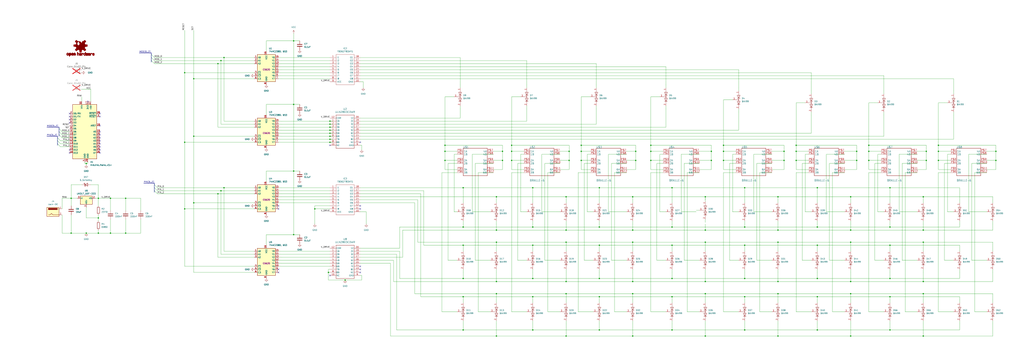
<source format=kicad_sch>
(kicad_sch (version 20250114) (generator "eeschema") (generator_version "9.0")
  (paper "User" 859.231 303.682)
  (lib_symbols
    (symbol "74xx:74HC238"
      (property "Reference" "U" (at -7.62 13.97 0))
      (property "Value" "74HC238" (at 2.54 -11.43 0))
      (symbol "74HC238_1_1"
        (pin input line (at -10.16 10.16 0) (length 2.54) (name "A0") (number "1"))
        (pin input line (at -10.16 7.62 0) (length 2.54) (name "A1") (number "2"))
        (pin input line (at -10.16 5.08 0) (length 2.54) (name "A2") (number "3"))
        (pin input line (at -10.16 -2.54 0) (length 2.54) (name "~{E1}") (number "4"))
        (pin input line (at -10.16 -5.08 0) (length 2.54) (name "~{E2}") (number "5"))
        (pin input line (at -10.16 -7.62 0) (length 2.54) (name "E3") (number "6"))
        (pin power_in line (at 0 15.24 270) (length 2.54) (name "VCC") (number "16"))
        (pin power_in line (at 0 -12.7 90) (length 2.54) (name "GND") (number "8"))
        (pin output line (at 10.16 10.16 180) (length 2.54) (name "Y0") (number "15"))
        (pin output line (at 10.16 7.62 180) (length 2.54) (name "Y1") (number "14"))
        (pin output line (at 10.16 5.08 180) (length 2.54) (name "Y2") (number "13"))
        (pin output line (at 10.16 2.54 180) (length 2.54) (name "Y3") (number "12"))
        (pin output line (at 10.16 0 180) (length 2.54) (name "Y4") (number "11"))
        (pin output line (at 10.16 -2.54 180) (length 2.54) (name "Y5") (number "10"))
        (pin output line (at 10.16 -5.08 180) (length 2.54) (name "Y6") (number "9"))
        (pin output line (at 10.16 -7.62 180) (length 2.54) (name "Y7") (number "7"))
      )
    )
    (symbol "Braille Evaluation Board-eagle-import:BRAILLE-6"
      (symbol "BRAILLE-6_1_0"
        (pin bidirectional line (at -15.24 10.16 0) (length 5.08) (name "1A") (number "P$1"))
        (pin bidirectional line (at -15.24 7.62 0) (length 5.08) (name "1B") (number "P$2"))
        (pin bidirectional line (at -15.24 2.54 0) (length 5.08) (name "2A") (number "P$3"))
        (pin bidirectional line (at -15.24 0 0) (length 5.08) (name "2B") (number "P$4"))
        (pin bidirectional line (at -15.24 -5.08 0) (length 5.08) (name "3A") (number "P$5"))
        (pin bidirectional line (at -15.24 -7.62 0) (length 5.08) (name "3B") (number "P$6"))
        (pin bidirectional line (at 15.24 10.16 180) (length 5.08) (name "4A") (number "P$7"))
        (pin bidirectional line (at 15.24 7.62 180) (length 5.08) (name "4B") (number "P$8"))
        (pin bidirectional line (at 15.24 2.54 180) (length 5.08) (name "5A") (number "P$9"))
        (pin bidirectional line (at 15.24 0 180) (length 5.08) (name "5B") (number "P$10"))
        (pin bidirectional line (at 15.24 -5.08 180) (length 5.08) (name "6A") (number "P$11"))
        (pin bidirectional line (at 15.24 -7.62 180) (length 5.08) (name "6B") (number "P$12"))
      )
    )
    (symbol "Braille Evaluation Board-eagle-import:OSHW-LOGOL-COPPER")
    (symbol "Connector:Conn_01x02_Pin" (pin_names (offset 1.016) (hide yes))
      (property "Reference" "J" (at 0 2.54 0))
      (property "Value" "Conn_01x02_Pin" (at 0 -5.08 0))
      (symbol "Conn_01x02_Pin_1_1"
        (pin passive line (at 5.08 0 180) (length 3.81) (name "Pin_1") (number "1"))
        (pin passive line (at 5.08 -2.54 180) (length 3.81) (name "Pin_2") (number "2"))
      )
    )
    (symbol "Connector:Jack-DC" (pin_names (offset 1.016))
      (property "Reference" "J" (at 0 5.334 0))
      (property "Value" "Jack-DC" (at 0 -5.08 0))
      (symbol "Jack-DC_1_1"
        (pin passive line (at 7.62 2.54 180) (length 2.54) (name "~") (number "1"))
        (pin passive line (at 7.62 -2.54 180) (length 2.54) (name "~") (number "2"))
      )
    )
    (symbol "Device:C" (pin_numbers (hide yes)) (pin_names (offset 0.254))
      (property "Reference" "C" (at 0.635 2.54 0))
      (property "Value" "C" (at 0.635 -2.54 0))
      (symbol "C_1_1"
        (pin passive line (at 0 3.81 270) (length 2.794) (name "~") (number "1"))
        (pin passive line (at 0 -3.81 90) (length 2.794) (name "~") (number "2"))
      )
    )
    (symbol "Device:D_Schottky" (pin_numbers (hide yes)) (pin_names (offset 1.016) (hide yes))
      (property "Reference" "D" (at 0 2.54 0))
      (property "Value" "D_Schottky" (at 0 -2.54 0))
      (symbol "D_Schottky_1_1"
        (pin passive line (at -3.81 0 0) (length 2.54) (name "K") (number "1"))
        (pin passive line (at 3.81 0 180) (length 2.54) (name "A") (number "2"))
      )
    )
    (symbol "Device:R" (pin_numbers (hide yes)) (pin_names (offset 0))
      (property "Reference" "R" (at 2.032 0 90))
      (property "Value" "R" (at 0 0 90))
      (symbol "R_1_1"
        (pin passive line (at 0 3.81 270) (length 1.27) (name "~") (number "1"))
        (pin passive line (at 0 -3.81 90) (length 1.27) (name "~") (number "2"))
      )
    )
    (symbol "Diode:BAV99" (pin_names (hide yes))
      (property "Reference" "D" (at 0 5.08 0))
      (property "Value" "BAV99" (at 0 2.54 0))
      (symbol "BAV99_1_1"
        (pin passive line (at -7.62 0 0) (length 2.54) (name "K") (number "1"))
        (pin passive line (at 0 -5.08 90) (length 2.54) (name "K") (number "3"))
        (pin passive line (at 7.62 0 180) (length 2.54) (name "A") (number "2"))
      )
    )
    (symbol "MCU_Module:Arduino_Nano_v3.x"
      (property "Reference" "A" (at -10.16 23.495 0))
      (property "Value" "Arduino_Nano_v3.x" (at 5.08 -24.13 0))
      (symbol "Arduino_Nano_v3.x_1_1"
        (pin bidirectional line (at -12.7 15.24 0) (length 2.54) (name "D0/RX") (number "2"))
        (pin bidirectional line (at -12.7 12.7 0) (length 2.54) (name "D1/TX") (number "1"))
        (pin bidirectional line (at -12.7 10.16 0) (length 2.54) (name "D2") (number "5"))
        (pin bidirectional line (at -12.7 7.62 0) (length 2.54) (name "D3") (number "6"))
        (pin bidirectional line (at -12.7 5.08 0) (length 2.54) (name "D4") (number "7"))
        (pin bidirectional line (at -12.7 2.54 0) (length 2.54) (name "D5") (number "8"))
        (pin bidirectional line (at -12.7 0 0) (length 2.54) (name "D6") (number "9"))
        (pin bidirectional line (at -12.7 -2.54 0) (length 2.54) (name "D7") (number "10"))
        (pin bidirectional line (at -12.7 -5.08 0) (length 2.54) (name "D8") (number "11"))
        (pin bidirectional line (at -12.7 -7.62 0) (length 2.54) (name "D9") (number "12"))
        (pin bidirectional line (at -12.7 -10.16 0) (length 2.54) (name "D10") (number "13"))
        (pin bidirectional line (at -12.7 -12.7 0) (length 2.54) (name "D11") (number "14"))
        (pin bidirectional line (at -12.7 -15.24 0) (length 2.54) (name "D12") (number "15"))
        (pin bidirectional line (at -12.7 -17.78 0) (length 2.54) (name "D13") (number "16"))
        (pin power_in line (at -2.54 25.4 270) (length 2.54) (name "VIN") (number "30"))
        (pin power_in line (at 0 -25.4 90) (length 2.54) (name "GND") (number "4"))
        (pin power_out line (at 2.54 25.4 270) (length 2.54) (name "3V3") (number "17"))
        (pin power_in line (at 2.54 -25.4 90) (length 2.54) (name "GND") (number "29"))
        (pin power_out line (at 5.08 25.4 270) (length 2.54) (name "+5V") (number "27"))
        (pin input line (at 12.7 15.24 180) (length 2.54) (name "~{RESET}") (number "28"))
        (pin input line (at 12.7 12.7 180) (length 2.54) (name "~{RESET}") (number "3"))
        (pin input line (at 12.7 5.08 180) (length 2.54) (name "AREF") (number "18"))
        (pin bidirectional line (at 12.7 0 180) (length 2.54) (name "A0") (number "19"))
        (pin bidirectional line (at 12.7 -2.54 180) (length 2.54) (name "A1") (number "20"))
        (pin bidirectional line (at 12.7 -5.08 180) (length 2.54) (name "A2") (number "21"))
        (pin bidirectional line (at 12.7 -7.62 180) (length 2.54) (name "A3") (number "22"))
        (pin bidirectional line (at 12.7 -10.16 180) (length 2.54) (name "A4") (number "23"))
        (pin bidirectional line (at 12.7 -12.7 180) (length 2.54) (name "A5") (number "24"))
        (pin bidirectional line (at 12.7 -15.24 180) (length 2.54) (name "A6") (number "25"))
        (pin bidirectional line (at 12.7 -17.78 180) (length 2.54) (name "A7") (number "26"))
      )
    )
    (symbol "Regulator_Linear:LM317_SOT-223" (pin_names (offset 0.254))
      (property "Reference" "U" (at -3.81 3.175 0))
      (property "Value" "LM317_SOT-223" (at 0 3.175 0))
      (symbol "LM317_SOT-223_1_1"
        (pin power_in line (at -7.62 0 0) (length 2.54) (name "VI") (number "3"))
        (pin input line (at 0 -7.62 90) (length 2.54) (name "ADJ") (number "1"))
        (pin power_out line (at 7.62 0 180) (length 2.54) (name "VO") (number "2"))
      )
    )
    (symbol "Transistor_Array:TBD62783AFG" (pin_names (offset 0.762))
      (property "Reference" "IC" (at 21.59 7.62 0))
      (property "Value" "TBD62783AFG" (at 21.59 5.08 0))
      (symbol "TBD62783AFG_0_0"
        (pin passive line (at 0 0 0) (length 5.08) (name "I1") (number "1"))
        (pin passive line (at 0 -2.54 0) (length 5.08) (name "I2") (number "2"))
        (pin passive line (at 0 -5.08 0) (length 5.08) (name "I3") (number "3"))
        (pin passive line (at 0 -7.62 0) (length 5.08) (name "I4") (number "4"))
        (pin passive line (at 0 -10.16 0) (length 5.08) (name "I5") (number "5"))
        (pin passive line (at 0 -12.7 0) (length 5.08) (name "I6") (number "6"))
        (pin passive line (at 0 -15.24 0) (length 5.08) (name "I7") (number "7"))
        (pin passive line (at 0 -17.78 0) (length 5.08) (name "I8") (number "8"))
        (pin passive line (at 0 -20.32 0) (length 5.08) (name "VCC") (number "9"))
        (pin passive line (at 25.4 0 180) (length 5.08) (name "O1") (number "18"))
        (pin passive line (at 25.4 -2.54 180) (length 5.08) (name "O2") (number "17"))
        (pin passive line (at 25.4 -5.08 180) (length 5.08) (name "O3") (number "16"))
        (pin passive line (at 25.4 -7.62 180) (length 5.08) (name "O4") (number "15"))
        (pin passive line (at 25.4 -10.16 180) (length 5.08) (name "O5") (number "14"))
        (pin passive line (at 25.4 -12.7 180) (length 5.08) (name "O6") (number "13"))
        (pin passive line (at 25.4 -15.24 180) (length 5.08) (name "O7") (number "12"))
        (pin passive line (at 25.4 -17.78 180) (length 5.08) (name "O8") (number "11"))
        (pin passive line (at 25.4 -20.32 180) (length 5.08) (name "GND") (number "10"))
      )
    )
    (symbol "Transistor_Array:ULN2803CDWR" (pin_names (offset 0.254))
      (property "Reference" "U" (at 0 2.54 0))
      (property "Value" "ULN2803CDWR" (at 0 0 0))
      (symbol "ULN2803CDWR_0_1"
        (pin unspecified line (at 5.08 -20.32 0) (length 5.08) (name "COM") (number "12"))
        (pin input line (at 5.08 -22.86 0) (length 5.08) (name "1B") (number "1"))
        (pin input line (at 5.08 -25.4 0) (length 5.08) (name "2B") (number "2"))
        (pin input line (at 5.08 -27.94 0) (length 5.08) (name "3B") (number "3"))
        (pin input line (at 5.08 -30.48 0) (length 5.08) (name "4B") (number "4"))
        (pin input line (at 5.08 -33.02 0) (length 5.08) (name "5B") (number "5"))
        (pin input line (at 5.08 -35.56 0) (length 5.08) (name "6B") (number "6"))
        (pin input line (at 5.08 -38.1 0) (length 5.08) (name "7B") (number "7"))
        (pin input line (at 5.08 -40.64 0) (length 5.08) (name "8B") (number "8"))
        (pin unspecified line (at 5.08 -43.18 0) (length 5.08) (name "NC") (number "10"))
        (pin output line (at 30.48 -20.32 180) (length 5.08) (name "1C") (number "20"))
        (pin output line (at 30.48 -22.86 180) (length 5.08) (name "2C") (number "19"))
        (pin output line (at 30.48 -25.4 180) (length 5.08) (name "3C") (number "18"))
        (pin output line (at 30.48 -27.94 180) (length 5.08) (name "4C") (number "17"))
        (pin output line (at 30.48 -30.48 180) (length 5.08) (name "5C") (number "16"))
        (pin output line (at 30.48 -33.02 180) (length 5.08) (name "6C") (number "15"))
        (pin output line (at 30.48 -35.56 180) (length 5.08) (name "7C") (number "14"))
        (pin output line (at 30.48 -38.1 180) (length 5.08) (name "8C") (number "13"))
        (pin unspecified line (at 30.48 -40.64 180) (length 5.08) (name "NC") (number "11"))
        (pin power_in line (at 30.48 -43.18 180) (length 5.08) (name "GND") (number "9"))
      )
    )
    (symbol "power:GND" (power) (pin_numbers (hide yes)) (pin_names (offset 0) (hide yes))
      (property "Value" "GND" (at 0 -3.81 0))
      (symbol "GND_1_1"
        (pin power_in line (at 0 0 270) (length 0) (name "~") (number "1"))
      )
    )
    (symbol "power:VCC" (power) (pin_numbers (hide yes)) (pin_names (offset 0) (hide yes))
      (property "Value" "VCC" (at 0 3.556 0))
      (symbol "VCC_1_1"
        (pin power_in line (at 0 0 90) (length 0) (name "~") (number "1"))
      )
    )
  )
  (junction (at 563.88 205.74))
  (junction (at 718.82 127))
  (junction (at 530.86 165.1))
  (junction (at 276.86 116.84))
  (junction (at 421.64 134.62))
  (junction (at 713.74 246.38))
  (junction (at 607.06 134.62))
  (junction (at 429.26 121.92))
  (junction (at 502.92 205.74))
  (junction (at 154.94 175.26))
  (junction (at 563.88 190.5))
  (junction (at 246.38 196.85))
  (junction (at 652.78 246.38))
  (junction (at 447.04 276.86))
  (junction (at 416.56 281.94))
  (junction (at 474.98 203.2))
  (junction (at 774.7 281.94))
  (junction (at 502.92 190.5))
  (junction (at 388.62 248.92))
  (junction (at 429.26 134.62))
  (junction (at 182.88 53.34))
  (junction (at 596.9 134.62))
  (junction (at 713.74 281.94))
  (junction (at 264.16 175.26))
  (junction (at 276.86 114.3))
  (junction (at 105.41 195.58))
  (junction (at 624.84 276.86))
  (junction (at 546.1 127))
  (junction (at 416.56 236.22))
  (junction (at 728.98 121.92))
  (junction (at 182.88 162.56))
  (junction (at 82.55 195.58))
  (junction (at 502.92 276.86))
  (junction (at 185.42 160.02))
  (junction (at 416.56 203.2))
  (junction (at 487.68 121.92))
  (junction (at 624.84 233.68))
  (junction (at 474.98 193.04))
  (junction (at 447.04 190.5))
  (junction (at 591.82 246.38))
  (junction (at 276.86 101.6))
  (junction (at 388.62 205.74))
  (junction (at 685.8 190.5))
  (junction (at 154.94 60.96))
  (junction (at 835.66 127))
  (junction (at 72.39 137.16))
  (junction (at 713.74 236.22))
  (junction (at 59.69 166.37))
  (junction (at 388.62 276.86))
  (junction (at 154.94 119.38))
  (junction (at 624.84 248.92))
  (junction (at 652.78 203.2))
  (junction (at 591.82 193.04))
  (junction (at 105.41 166.37))
  (junction (at 187.96 157.48))
  (junction (at 246.38 87.63))
  (junction (at 546.1 121.92))
  (junction (at 563.88 233.68))
  (junction (at 447.04 248.92))
  (junction (at 487.68 127))
  (junction (at 530.86 246.38))
  (junction (at 777.24 134.62))
  (junction (at 652.78 236.22))
  (junction (at 728.98 127))
  (junction (at 591.82 281.94))
  (junction (at 276.86 119.38))
  (junction (at 546.1 134.62))
  (junction (at 373.38 121.92))
  (junction (at 388.62 233.68))
  (junction (at 685.8 205.74))
  (junction (at 533.4 127))
  (junction (at 713.74 165.1))
  (junction (at 82.55 166.37))
  (junction (at 474.98 246.38))
  (junction (at 388.62 157.48))
  (junction (at 502.92 248.92))
  (junction (at 624.84 157.48))
  (junction (at 487.68 134.62))
  (junction (at 718.82 134.62))
  (junction (at 162.56 114.3))
  (junction (at 429.26 127))
  (junction (at 92.71 166.37))
  (junction (at 563.88 276.86))
  (junction (at 774.7 246.38))
  (junction (at 502.92 157.48))
  (junction (at 652.78 165.1))
  (junction (at 416.56 193.04))
  (junction (at 276.86 111.76))
  (junction (at 624.84 190.5))
  (junction (at 746.76 233.68))
  (junction (at 246.38 143.51))
  (junction (at 668.02 134.62))
  (junction (at 416.56 246.38))
  (junction (at 787.4 127))
  (junction (at 657.86 127))
  (junction (at 502.92 233.68))
  (junction (at 746.76 248.92))
  (junction (at 774.7 165.1))
  (junction (at 668.02 127))
  (junction (at 685.8 248.92))
  (junction (at 276.86 104.14))
  (junction (at 652.78 281.94))
  (junction (at 591.82 165.1))
  (junction (at 447.04 205.74))
  (junction (at 713.74 193.04))
  (junction (at 447.04 233.68))
  (junction (at 713.74 203.2))
  (junction (at 624.84 205.74))
  (junction (at 92.71 195.58))
  (junction (at 474.98 165.1))
  (junction (at 777.24 127))
  (junction (at 530.86 193.04))
  (junction (at 787.4 134.62))
  (junction (at 685.8 276.86))
  (junction (at 289.56 234.95))
  (junction (at 477.52 127))
  (junction (at 162.56 66.04))
  (junction (at 591.82 203.2))
  (junction (at 187.96 48.26))
  (junction (at 774.7 203.2))
  (junction (at 746.76 157.48))
  (junction (at 373.38 127))
  (junction (at 59.69 195.58))
  (junction (at 563.88 248.92))
  (junction (at 668.02 121.92))
  (junction (at 774.7 193.04))
  (junction (at 373.38 134.62))
  (junction (at 657.86 134.62))
  (junction (at 416.56 165.1))
  (junction (at 276.86 106.68))
  (junction (at 728.98 134.62))
  (junction (at 607.06 121.92))
  (junction (at 474.98 281.94))
  (junction (at 477.52 134.62))
  (junction (at 596.9 127))
  (junction (at 530.86 236.22))
  (junction (at 530.86 203.2))
  (junction (at 162.56 170.18))
  (junction (at 685.8 233.68))
  (junction (at 421.64 127))
  (junction (at 474.98 236.22))
  (junction (at 652.78 193.04))
  (junction (at 275.59 228.6))
  (junction (at 246.38 34.29))
  (junction (at 72.39 195.58))
  (junction (at 591.82 236.22))
  (junction (at 185.42 50.8))
  (junction (at 835.66 134.62))
  (junction (at 563.88 157.48))
  (junction (at 774.7 236.22))
  (junction (at 388.62 190.5))
  (junction (at 685.8 157.48))
  (junction (at 746.76 190.5))
  (junction (at 82.55 182.88))
  (junction (at 530.86 281.94))
  (junction (at 533.4 134.62))
  (junction (at 276.86 109.22))
  (junction (at 746.76 205.74))
  (junction (at 447.04 157.48))
  (junction (at 787.4 121.92))
  (junction (at 607.06 127))
  (junction (at 746.76 276.86))
  (no_connect (at 58.42 97.79))
  (no_connect (at 83.82 95.25))
  (no_connect (at 58.42 102.87))
  (no_connect (at 83.82 120.65))
  (no_connect (at 58.42 95.25))
  (no_connect (at 233.68 172.72))
  (no_connect (at 302.26 172.72))
  (no_connect (at 58.42 100.33))
  (no_connect (at 276.86 121.92))
  (no_connect (at 83.82 123.19))
  (no_connect (at 83.82 128.27))
  (no_connect (at 302.26 223.52))
  (no_connect (at 83.82 110.49))
  (no_connect (at 83.82 115.57))
  (no_connect (at 58.42 125.73))
  (no_connect (at 302.26 175.26))
  (no_connect (at 83.82 105.41))
  (no_connect (at 302.26 119.38))
  (no_connect (at 302.26 226.06))
  (no_connect (at 83.82 118.11))
  (no_connect (at 83.82 97.79))
  (no_connect (at 83.82 125.73))
  (no_connect (at 276.86 231.14))
  (no_connect (at 73.66 85.09))
  (no_connect (at 233.68 228.6))
  (no_connect (at 233.68 175.26))
  (no_connect (at 58.42 128.27))
  (no_connect (at 83.82 113.03))
  (no_connect (at 233.68 226.06))
  (no_connect (at 302.26 228.6))
  (bus_entry (at 129.54 157.48) (size 2.54 2.54))
  (bus_entry (at 129.54 154.94) (size 2.54 2.54))
  (bus_entry (at 49.53 107.95) (size 2.54 2.54))
  (bus_entry (at 48.26 118.11) (size 2.54 2.54))
  (bus_entry (at 129.54 50.8) (size -2.54 -2.54))
  (bus_entry (at 48.26 115.57) (size 2.54 2.54))
  (bus_entry (at 49.53 110.49) (size 2.54 2.54))
  (bus_entry (at 129.54 53.34) (size -2.54 -2.54))
  (bus_entry (at 49.53 113.03) (size 2.54 2.54))
  (bus_entry (at 129.54 160.02) (size 2.54 2.54))
  (bus_entry (at 48.26 120.65) (size 2.54 2.54))
  (bus_entry (at 129.54 48.26) (size -2.54 -2.54))
  (wire (pts (xy 680.72 111.76) (xy 680.72 96.52)) (stroke (width 0.1524)))
  (wire (pts (xy 337.82 193.04) (xy 416.56 193.04)) (stroke (width 0.1524)))
  (wire (pts (xy 754.38 177.8) (xy 767.08 177.8)) (stroke (width 0.1524)))
  (wire (pts (xy 73.66 137.16) (xy 72.39 137.16)))
  (wire (pts (xy 233.68 210.82) (xy 276.86 210.82)) (stroke (width 0.1524)))
  (wire (pts (xy 233.68 53.34) (xy 236.22 53.34)))
  (wire (pts (xy 596.9 127) (xy 596.9 121.92)) (stroke (width 0.1524)))
  (wire (pts (xy 596.9 134.62) (xy 596.9 127)) (stroke (width 0.1524)))
  (wire (pts (xy 68.58 81.28) (xy 68.58 85.09)))
  (wire (pts (xy 408.94 177.8) (xy 411.48 177.8)))
  (wire (pts (xy 718.82 134.62) (xy 718.82 127)) (stroke (width 0.1524)))
  (wire (pts (xy 774.7 193.04) (xy 833.12 193.04)) (stroke (width 0.1524)))
  (wire (pts (xy 800.1 93.98) (xy 800.1 96.52)))
  (wire (pts (xy 495.3 134.62) (xy 487.68 134.62)) (stroke (width 0.1524)))
  (wire (pts (xy 805.18 248.92) (xy 805.18 251.46)) (stroke (width 0.1524)))
  (wire (pts (xy 335.28 233.68) (xy 388.62 233.68)) (stroke (width 0.1524)))
  (wire (pts (xy 591.82 251.46) (xy 591.82 254)))
  (wire (pts (xy 746.76 226.06) (xy 746.76 228.6)))
  (wire (pts (xy 302.26 114.3) (xy 741.68 114.3)) (stroke (width 0.1524)))
  (wire (pts (xy 685.8 190.5) (xy 746.76 190.5)) (stroke (width 0.1524)))
  (wire (pts (xy 652.78 281.94) (xy 652.78 271.78)) (stroke (width 0.1524)))
  (wire (pts (xy 429.26 142.24) (xy 439.42 142.24)) (stroke (width 0.1524)))
  (wire (pts (xy 487.68 81.28) (xy 492.76 81.28)) (stroke (width 0.1524)))
  (wire (pts (xy 373.38 121.92) (xy 373.38 127)) (stroke (width 0.1524)))
  (wire (pts (xy 833.12 251.46) (xy 833.12 254)))
  (wire (pts (xy 652.78 203.2) (xy 713.74 203.2)) (stroke (width 0.1524)))
  (wire (pts (xy 833.12 236.22) (xy 833.12 228.6)) (stroke (width 0.1524)))
  (wire (pts (xy 187.96 101.6) (xy 187.96 48.26)) (stroke (width 0.1524)))
  (wire (pts (xy 797.56 177.8) (xy 795.02 177.8)) (stroke (width 0.1524)))
  (wire (pts (xy 774.7 246.38) (xy 833.12 246.38)) (stroke (width 0.1524)))
  (wire (pts (xy 624.84 157.48) (xy 685.8 157.48)) (stroke (width 0.1524)))
  (wire (pts (xy 302.26 53.34) (xy 500.38 53.34)) (stroke (width 0.1524)))
  (wire (pts (xy 698.5 144.78) (xy 708.66 144.78)) (stroke (width 0.1524)))
  (wire (pts (xy 474.98 251.46) (xy 474.98 254)))
  (wire (pts (xy 635 137.16) (xy 647.7 137.16)) (stroke (width 0.1524)))
  (wire (pts (xy 416.56 269.24) (xy 416.56 271.78)))
  (wire (pts (xy 787.4 144.78) (xy 797.56 144.78)) (stroke (width 0.1524)))
  (wire (pts (xy 800.1 66.04) (xy 800.1 76.2)) (stroke (width 0.1524)))
  (wire (pts (xy 302.26 215.9) (xy 337.82 215.9)) (stroke (width 0.1524)))
  (wire (pts (xy 746.76 276.86) (xy 805.18 276.86)) (stroke (width 0.1524)))
  (wire (pts (xy 556.26 134.62) (xy 546.1 134.62)) (stroke (width 0.1524)))
  (wire (pts (xy 513.08 218.44) (xy 523.24 218.44)) (stroke (width 0.1524)))
  (wire (pts (xy 502.92 157.48) (xy 563.88 157.48)) (stroke (width 0.1524)))
  (wire (pts (xy 774.7 203.2) (xy 833.12 203.2)) (stroke (width 0.1524)))
  (wire (pts (xy 289.56 234.95) (xy 303.53 234.95)))
  (wire (pts (xy 302.26 121.92) (xy 303.53 121.92)))
  (wire (pts (xy 746.76 233.68) (xy 746.76 228.6)) (stroke (width 0.1524)))
  (wire (pts (xy 500.38 71.12) (xy 500.38 73.66)))
  (bus (pts (xy 48.26 120.65) (xy 48.26 121.92)))
  (wire (pts (xy 591.82 193.04) (xy 652.78 193.04)) (stroke (width 0.1524)))
  (wire (pts (xy 563.88 233.68) (xy 563.88 228.6)) (stroke (width 0.1524)))
  (wire (pts (xy 652.78 251.46) (xy 652.78 246.38)) (stroke (width 0.1524)))
  (wire (pts (xy 571.5 177.8) (xy 584.2 177.8)) (stroke (width 0.1524)))
  (wire (pts (xy 591.82 208.28) (xy 591.82 210.82)))
  (wire (pts (xy 685.8 251.46) (xy 685.8 248.92)) (stroke (width 0.1524)))
  (wire (pts (xy 624.84 233.68) (xy 624.84 228.6)) (stroke (width 0.1524)))
  (wire (pts (xy 502.92 205.74) (xy 563.88 205.74)) (stroke (width 0.1524)))
  (wire (pts (xy 652.78 167.64) (xy 652.78 170.18)))
  (wire (pts (xy 474.98 246.38) (xy 474.98 251.46)) (stroke (width 0.1524)))
  (wire (pts (xy 182.88 162.56) (xy 213.36 162.56)) (stroke (width 0.1524)))
  (wire (pts (xy 187.96 101.6) (xy 213.36 101.6)) (stroke (width 0.1524)))
  (wire (pts (xy 490.22 218.44) (xy 495.3 218.44)) (stroke (width 0.1524)))
  (wire (pts (xy 835.66 127) (xy 835.66 134.62)) (stroke (width 0.1524)))
  (wire (pts (xy 182.88 106.68) (xy 182.88 53.34)) (stroke (width 0.1524)))
  (wire (pts (xy 303.53 231.14) (xy 303.53 234.95)))
  (wire (pts (xy 474.98 236.22) (xy 474.98 228.6)) (stroke (width 0.1524)))
  (wire (pts (xy 71.12 137.16) (xy 72.39 137.16)))
  (wire (pts (xy 685.8 185.42) (xy 685.8 187.96)))
  (wire (pts (xy 523.24 261.62) (xy 525.78 261.62)))
  (wire (pts (xy 275.59 226.06) (xy 275.59 228.6)))
  (wire (pts (xy 474.98 203.2) (xy 474.98 208.28)) (stroke (width 0.1524)))
  (wire (pts (xy 774.7 251.46) (xy 774.7 254)))
  (wire (pts (xy 52.07 115.57) (xy 58.42 115.57)))
  (wire (pts (xy 706.12 261.62) (xy 708.66 261.62)))
  (wire (pts (xy 373.38 127) (xy 373.38 134.62)) (stroke (width 0.1524)))
  (wire (pts (xy 154.94 223.52) (xy 154.94 175.26)) (stroke (width 0.1524)))
  (wire (pts (xy 523.24 218.44) (xy 525.78 218.44)))
  (wire (pts (xy 774.7 281.94) (xy 774.7 271.78)) (stroke (width 0.1524)))
  (wire (pts (xy 276.86 101.6) (xy 236.22 101.6)) (stroke (width 0.1524)))
  (wire (pts (xy 815.34 137.16) (xy 828.04 137.16)) (stroke (width 0.1524)))
  (wire (pts (xy 421.64 127) (xy 421.64 134.62)) (stroke (width 0.1524)))
  (wire (pts (xy 777.24 134.62) (xy 777.24 142.24)) (stroke (width 0.1524)))
  (wire (pts (xy 276.86 50.8) (xy 236.22 50.8)) (stroke (width 0.1524)))
  (wire (pts (xy 105.41 195.58) (xy 92.71 195.58)))
  (wire (pts (xy 805.18 157.48) (xy 805.18 167.64)) (stroke (width 0.1524)))
  (wire (pts (xy 530.86 251.46) (xy 530.86 246.38)) (stroke (width 0.1524)))
  (wire (pts (xy 276.86 172.72) (xy 264.16 172.72)) (stroke (width 0.1524)))
  (wire (pts (xy 373.38 81.28) (xy 378.46 81.28)) (stroke (width 0.1524)))
  (wire (pts (xy 525.78 142.24) (xy 533.4 142.24)) (stroke (width 0.1524)))
  (wire (pts (xy 276.86 215.9) (xy 236.22 215.9)) (stroke (width 0.1524)))
  (wire (pts (xy 657.86 142.24) (xy 647.7 142.24)) (stroke (width 0.1524)))
  (wire (pts (xy 414.02 144.78) (xy 401.32 144.78)) (stroke (width 0.1524)))
  (wire (pts (xy 457.2 137.16) (xy 469.9 137.16)) (stroke (width 0.1524)))
  (wire (pts (xy 576.58 261.62) (xy 576.58 144.78)) (stroke (width 0.1524)))
  (wire (pts (xy 713.74 165.1) (xy 774.7 165.1)) (stroke (width 0.1524)))
  (wire (pts (xy 303.53 121.92) (xy 303.53 125.73)))
  (wire (pts (xy 718.82 127) (xy 718.82 121.92)) (stroke (width 0.1524)))
  (wire (pts (xy 728.98 86.36) (xy 734.06 86.36)) (stroke (width 0.1524)))
  (wire (pts (xy 381 177.8) (xy 383.54 177.8)))
  (wire (pts (xy 713.74 208.28) (xy 713.74 210.82)))
  (wire (pts (xy 233.68 50.8) (xy 236.22 50.8)))
  (wire (pts (xy 759.46 144.78) (xy 769.62 144.78)) (stroke (width 0.1524)))
  (wire (pts (xy 787.4 121.92) (xy 787.4 127)) (stroke (width 0.1524)))
  (wire (pts (xy 302.26 106.68) (xy 558.8 106.68)) (stroke (width 0.1524)))
  (wire (pts (xy 756.92 218.44) (xy 767.08 218.44)) (stroke (width 0.1524)))
  (wire (pts (xy 546.1 121.92) (xy 546.1 127)) (stroke (width 0.1524)))
  (wire (pts (xy 353.06 162.56) (xy 353.06 248.92)) (stroke (width 0.1524)))
  (wire (pts (xy 236.22 114.3) (xy 276.86 114.3)) (stroke (width 0.1524)))
  (bus (pts (xy 116.84 44.45) (xy 127 44.45)))
  (wire (pts (xy 553.72 177.8) (xy 553.72 129.54)) (stroke (width 0.1524)))
  (wire (pts (xy 439.42 177.8) (xy 441.96 177.8)))
  (wire (pts (xy 302.26 220.98) (xy 327.66 220.98)) (stroke (width 0.1524)))
  (wire (pts (xy 383.54 129.54) (xy 381 129.54)) (stroke (width 0.1524)))
  (wire (pts (xy 185.42 160.02) (xy 132.08 160.02)) (stroke (width 0.1524)))
  (wire (pts (xy 678.18 177.8) (xy 675.64 177.8)) (stroke (width 0.1524)))
  (wire (pts (xy 624.84 185.42) (xy 624.84 187.96)))
  (wire (pts (xy 370.84 261.62) (xy 370.84 144.78)) (stroke (width 0.1524)))
  (wire (pts (xy 515.62 144.78) (xy 525.78 144.78)) (stroke (width 0.1524)))
  (wire (pts (xy 675.64 177.8) (xy 675.64 129.54)) (stroke (width 0.1524)))
  (wire (pts (xy 652.78 185.42) (xy 652.78 187.96)))
  (wire (pts (xy 698.5 261.62) (xy 698.5 144.78)) (stroke (width 0.1524)))
  (wire (pts (xy 619.76 109.22) (xy 619.76 93.98)) (stroke (width 0.1524)))
  (wire (pts (xy 530.86 208.28) (xy 530.86 210.82)))
  (wire (pts (xy 502.92 251.46) (xy 502.92 248.92)) (stroke (width 0.1524)))
  (wire (pts (xy 71.12 135.89) (xy 71.12 137.16)))
  (wire (pts (xy 805.18 208.28) (xy 805.18 210.82)))
  (wire (pts (xy 510.54 129.54) (xy 525.78 129.54)) (stroke (width 0.1524)))
  (wire (pts (xy 436.88 177.8) (xy 439.42 177.8)) (stroke (width 0.1524)))
  (wire (pts (xy 233.68 111.76) (xy 276.86 111.76)) (stroke (width 0.1524)))
  (wire (pts (xy 154.94 60.96) (xy 213.36 60.96)))
  (wire (pts (xy 774.7 165.1) (xy 833.12 165.1)) (stroke (width 0.1524)))
  (wire (pts (xy 556.26 218.44) (xy 558.8 218.44)))
  (wire (pts (xy 302.26 116.84) (xy 800.1 116.84)) (stroke (width 0.1524)))
  (wire (pts (xy 388.62 157.48) (xy 388.62 167.64)) (stroke (width 0.1524)))
  (wire (pts (xy 182.88 53.34) (xy 129.54 53.34)) (stroke (width 0.1524)))
  (wire (pts (xy 713.74 236.22) (xy 713.74 228.6)) (stroke (width 0.1524)))
  (wire (pts (xy 302.26 50.8) (xy 441.96 50.8)) (stroke (width 0.1524)))
  (wire (pts (xy 833.12 226.06) (xy 833.12 228.6)))
  (wire (pts (xy 797.56 127) (xy 787.4 127)) (stroke (width 0.1524)))
  (wire (pts (xy 787.4 261.62) (xy 787.4 144.78)) (stroke (width 0.1524)))
  (wire (pts (xy 223.52 43.18) (xy 223.52 34.29)))
  (wire (pts (xy 276.86 114.3) (xy 279.4 114.3)) (stroke (width 0.1524)))
  (wire (pts (xy 441.96 88.9) (xy 441.96 91.44)))
  (wire (pts (xy 182.88 162.56) (xy 132.08 162.56)) (stroke (width 0.1524)))
  (wire (pts (xy 477.52 134.62) (xy 477.52 142.24)) (stroke (width 0.1524)))
  (wire (pts (xy 591.82 226.06) (xy 591.82 228.6)))
  (wire (pts (xy 713.74 203.2) (xy 774.7 203.2)) (stroke (width 0.1524)))
  (wire (pts (xy 502.92 251.46) (xy 502.92 254)))
  (wire (pts (xy 302.26 177.8) (xy 307.34 177.8)) (stroke (width 0.1524)))
  (wire (pts (xy 685.8 167.64) (xy 685.8 170.18)))
  (wire (pts (xy 746.76 190.5) (xy 805.18 190.5)) (stroke (width 0.1524)))
  (wire (pts (xy 805.18 276.86) (xy 805.18 271.78)) (stroke (width 0.1524)))
  (wire (pts (xy 416.56 203.2) (xy 416.56 208.28)) (stroke (width 0.1524)))
  (wire (pts (xy 617.22 218.44) (xy 619.76 218.44)))
  (wire (pts (xy 546.1 142.24) (xy 556.26 142.24)) (stroke (width 0.1524)))
  (wire (pts (xy 454.66 177.8) (xy 467.36 177.8)) (stroke (width 0.1524)))
  (wire (pts (xy 652.78 251.46) (xy 652.78 254)))
  (wire (pts (xy 693.42 177.8) (xy 706.12 177.8)) (stroke (width 0.1524)))
  (wire (pts (xy 72.39 173.99) (xy 72.39 182.88)))
  (wire (pts (xy 474.98 236.22) (xy 530.86 236.22)) (stroke (width 0.1524)))
  (wire (pts (xy 474.98 208.28) (xy 474.98 210.82)))
  (bus (pts (xy 127 48.26) (xy 127 45.72)))
  (wire (pts (xy 457.2 218.44) (xy 457.2 137.16)) (stroke (width 0.1524)))
  (wire (pts (xy 558.8 88.9) (xy 558.8 91.44)))
  (wire (pts (xy 652.78 281.94) (xy 713.74 281.94)) (stroke (width 0.1524)))
  (wire (pts (xy 375.92 218.44) (xy 381 218.44)) (stroke (width 0.1524)))
  (wire (pts (xy 774.7 208.28) (xy 774.7 203.2)) (stroke (width 0.1524)))
  (wire (pts (xy 787.4 134.62) (xy 787.4 142.24)) (stroke (width 0.1524)))
  (wire (pts (xy 657.86 127) (xy 657.86 134.62)) (stroke (width 0.1524)))
  (wire (pts (xy 805.18 167.64) (xy 805.18 170.18)))
  (wire (pts (xy 739.14 134.62) (xy 728.98 134.62)) (stroke (width 0.1524)))
  (wire (pts (xy 739.14 218.44) (xy 734.06 218.44)) (stroke (width 0.1524)))
  (wire (pts (xy 92.71 166.37) (xy 105.41 166.37)))
  (wire (pts (xy 416.56 165.1) (xy 416.56 167.64)) (stroke (width 0.1524)))
  (wire (pts (xy 162.56 170.18) (xy 213.36 170.18)) (stroke (width 0.1524)))
  (wire (pts (xy 617.22 134.62) (xy 607.06 134.62)) (stroke (width 0.1524)))
  (wire (pts (xy 685.8 248.92) (xy 746.76 248.92)) (stroke (width 0.1524)))
  (wire (pts (xy 563.88 185.42) (xy 563.88 187.96)))
  (wire (pts (xy 563.88 167.64) (xy 563.88 170.18)))
  (wire (pts (xy 624.84 251.46) (xy 624.84 248.92)) (stroke (width 0.1524)))
  (wire (pts (xy 533.4 127) (xy 533.4 121.92)) (stroke (width 0.1524)))
  (wire (pts (xy 563.88 233.68) (xy 624.84 233.68)) (stroke (width 0.1524)))
  (bus (pts (xy 49.53 113.03) (xy 49.53 110.49)))
  (wire (pts (xy 607.06 83.82) (xy 612.14 83.82)) (stroke (width 0.1524)))
  (wire (pts (xy 223.52 143.51) (xy 246.38 143.51)))
  (wire (pts (xy 233.68 66.04) (xy 236.22 66.04)))
  (wire (pts (xy 396.24 129.54) (xy 396.24 177.8)) (stroke (width 0.1524)))
  (wire (pts (xy 632.46 177.8) (xy 645.16 177.8)) (stroke (width 0.1524)))
  (wire (pts (xy 713.74 193.04) (xy 713.74 187.96)) (stroke (width 0.1524)))
  (wire (pts (xy 429.26 127) (xy 429.26 134.62)) (stroke (width 0.1524)))
  (wire (pts (xy 678.18 218.44) (xy 680.72 218.44)))
  (wire (pts (xy 59.69 166.37) (xy 64.77 166.37)))
  (wire (pts (xy 825.5 218.44) (xy 828.04 218.44)))
  (wire (pts (xy 558.8 71.12) (xy 558.8 73.66)))
  (wire (pts (xy 50.8 118.11) (xy 58.42 118.11)))
  (wire (pts (xy 624.84 157.48) (xy 624.84 167.64)) (stroke (width 0.1524)))
  (bus (pts (xy 39.37 114.3) (xy 48.26 114.3)))
  (wire (pts (xy 439.42 134.62) (xy 429.26 134.62)) (stroke (width 0.1524)))
  (wire (pts (xy 246.38 143.51) (xy 246.38 196.85)) (stroke (width 0.1524)))
  (wire (pts (xy 713.74 246.38) (xy 774.7 246.38)) (stroke (width 0.1524)))
  (wire (pts (xy 59.69 166.37) (xy 59.69 172.72)))
  (wire (pts (xy 739.14 261.62) (xy 728.98 261.62)) (stroke (width 0.1524)))
  (wire (pts (xy 563.88 157.48) (xy 563.88 167.64)) (stroke (width 0.1524)))
  (wire (pts (xy 162.56 25.4) (xy 162.56 66.04)) (stroke (width 0.1524)))
  (wire (pts (xy 72.39 137.16) (xy 72.39 138.43)))
  (wire (pts (xy 185.42 50.8) (xy 129.54 50.8)) (stroke (width 0.1524)))
  (wire (pts (xy 591.82 281.94) (xy 652.78 281.94)) (stroke (width 0.1524)))
  (wire (pts (xy 421.64 127) (xy 421.64 121.92)) (stroke (width 0.1524)))
  (wire (pts (xy 591.82 165.1) (xy 591.82 167.64)) (stroke (width 0.1524)))
  (wire (pts (xy 792.48 218.44) (xy 792.48 137.16)) (stroke (width 0.1524)))
  (wire (pts (xy 492.76 177.8) (xy 492.76 129.54)) (stroke (width 0.1524)))
  (wire (pts (xy 612.14 218.44) (xy 617.22 218.44)) (stroke (width 0.1524)))
  (wire (pts (xy 487.68 121.92) (xy 487.68 127)) (stroke (width 0.1524)))
  (wire (pts (xy 401.32 261.62) (xy 408.94 261.62)) (stroke (width 0.1524)))
  (wire (pts (xy 495.3 261.62) (xy 485.14 261.62)) (stroke (width 0.1524)))
  (wire (pts (xy 805.18 226.06) (xy 805.18 228.6)))
  (wire (pts (xy 185.42 160.02) (xy 213.36 160.02)) (stroke (width 0.1524)))
  (wire (pts (xy 82.55 182.88) (xy 82.55 180.34)))
  (wire (pts (xy 154.94 25.4) (xy 154.94 60.96)) (stroke (width 0.1524)))
  (wire (pts (xy 591.82 166.37) (xy 591.82 168.91)))
  (wire (pts (xy 759.46 261.62) (xy 767.08 261.62)) (stroke (width 0.1524)))
  (wire (pts (xy 680.72 60.96) (xy 680.72 76.2)) (stroke (width 0.1524)))
  (wire (pts (xy 551.18 218.44) (xy 556.26 218.44)) (stroke (width 0.1524)))
  (wire (pts (xy 388.62 190.5) (xy 388.62 187.96)) (stroke (width 0.1524)))
  (wire (pts (xy 447.04 251.46) (xy 447.04 254)))
  (wire (pts (xy 388.62 233.68) (xy 388.62 228.6)) (stroke (width 0.1524)))
  (wire (pts (xy 817.88 261.62) (xy 825.5 261.62)) (stroke (width 0.1524)))
  (wire (pts (xy 276.86 104.14) (xy 236.22 104.14)) (stroke (width 0.1524)))
  (wire (pts (xy 530.86 226.06) (xy 530.86 228.6)))
  (wire (pts (xy 556.26 261.62) (xy 558.8 261.62)))
  (wire (pts (xy 408.94 218.44) (xy 411.48 218.44)))
  (wire (pts (xy 563.88 226.06) (xy 563.88 228.6)))
  (wire (pts (xy 563.88 248.92) (xy 624.84 248.92)) (stroke (width 0.1524)))
  (wire (pts (xy 447.04 233.68) (xy 502.92 233.68)) (stroke (width 0.1524)))
  (wire (pts (xy 373.38 134.62) (xy 383.54 134.62)) (stroke (width 0.1524)))
  (wire (pts (xy 383.54 137.16) (xy 375.92 137.16)) (stroke (width 0.1524)))
  (wire (pts (xy 833.12 203.2) (xy 833.12 208.28)) (stroke (width 0.1524)))
  (bus (pts (xy 39.37 106.68) (xy 49.53 106.68)))
  (wire (pts (xy 92.71 166.37) (xy 92.71 176.53)))
  (wire (pts (xy 728.98 144.78) (xy 739.14 144.78)) (stroke (width 0.1524)))
  (wire (pts (xy 330.2 236.22) (xy 416.56 236.22)) (stroke (width 0.1524)))
  (wire (pts (xy 447.04 167.64) (xy 447.04 170.18)))
  (wire (pts (xy 398.78 137.16) (xy 398.78 218.44)) (stroke (width 0.1524)))
  (wire (pts (xy 162.56 66.04) (xy 162.56 114.3)) (stroke (width 0.1524)))
  (wire (pts (xy 495.3 127) (xy 487.68 127)) (stroke (width 0.1524)))
  (wire (pts (xy 154.94 175.26) (xy 213.36 175.26)) (stroke (width 0.1524)))
  (wire (pts (xy 439.42 218.44) (xy 441.96 218.44)))
  (wire (pts (xy 525.78 127) (xy 533.4 127)) (stroke (width 0.1524)))
  (wire (pts (xy 477.52 142.24) (xy 469.9 142.24)) (stroke (width 0.1524)))
  (wire (pts (xy 591.82 193.04) (xy 591.82 187.96)) (stroke (width 0.1524)))
  (wire (pts (xy 835.66 127) (xy 828.04 127)) (stroke (width 0.1524)))
  (wire (pts (xy 728.98 121.92) (xy 728.98 127)) (stroke (width 0.1524)))
  (wire (pts (xy 233.68 218.44) (xy 276.86 218.44)) (stroke (width 0.1524)))
  (wire (pts (xy 246.38 143.51) (xy 251.46 143.51)))
  (wire (pts (xy 50.8 120.65) (xy 58.42 120.65)))
  (wire (pts (xy 652.78 193.04) (xy 652.78 187.96)) (stroke (width 0.1524)))
  (wire (pts (xy 632.46 129.54) (xy 647.7 129.54)) (stroke (width 0.1524)))
  (wire (pts (xy 302.26 162.56) (xy 353.06 162.56)) (stroke (width 0.1524)))
  (wire (pts (xy 474.98 193.04) (xy 474.98 187.96)) (stroke (width 0.1524)))
  (wire (pts (xy 645.16 261.62) (xy 647.7 261.62)))
  (wire (pts (xy 576.58 261.62) (xy 584.2 261.62)) (stroke (width 0.1524)))
  (wire (pts (xy 563.88 251.46) (xy 563.88 248.92)) (stroke (width 0.1524)))
  (wire (pts (xy 685.8 233.68) (xy 685.8 228.6)) (stroke (width 0.1524)))
  (wire (pts (xy 383.54 144.78) (xy 370.84 144.78)) (stroke (width 0.1524)))
  (wire (pts (xy 624.84 208.28) (xy 624.84 205.74)) (stroke (width 0.1524)))
  (wire (pts (xy 530.86 208.28) (xy 530.86 203.2)) (stroke (width 0.1524)))
  (wire (pts (xy 275.59 226.06) (xy 276.86 226.06)))
  (wire (pts (xy 833.12 281.94) (xy 833.12 271.78)) (stroke (width 0.1524)))
  (wire (pts (xy 617.22 261.62) (xy 619.76 261.62)))
  (wire (pts (xy 695.96 218.44) (xy 695.96 137.16)) (stroke (width 0.1524)))
  (wire (pts (xy 264.16 175.26) (xy 264.16 187.96)) (stroke (width 0.1524)))
  (wire (pts (xy 574.04 218.44) (xy 584.2 218.44)) (stroke (width 0.1524)))
  (wire (pts (xy 833.12 246.38) (xy 833.12 251.46)) (stroke (width 0.1524)))
  (wire (pts (xy 787.4 86.36) (xy 792.48 86.36)) (stroke (width 0.1524)))
  (wire (pts (xy 835.66 134.62) (xy 828.04 134.62)) (stroke (width 0.1524)))
  (wire (pts (xy 302.26 218.44) (xy 330.2 218.44)) (stroke (width 0.1524)))
  (wire (pts (xy 52.07 113.03) (xy 58.42 113.03)))
  (wire (pts (xy 502.92 167.64) (xy 502.92 170.18)))
  (wire (pts (xy 530.86 167.64) (xy 530.86 170.18)))
  (wire (pts (xy 381 218.44) (xy 383.54 218.44)))
  (wire (pts (xy 302.26 208.28) (xy 335.28 208.28)) (stroke (width 0.1524)))
  (wire (pts (xy 713.74 251.46) (xy 713.74 246.38)) (stroke (width 0.1524)))
  (wire (pts (xy 421.64 134.62) (xy 414.02 134.62)) (stroke (width 0.1524)))
  (wire (pts (xy 162.56 170.18) (xy 162.56 228.6)) (stroke (width 0.1524)))
  (wire (pts (xy 416.56 167.64) (xy 416.56 170.18)))
  (wire (pts (xy 441.96 50.8) (xy 441.96 71.12)) (stroke (width 0.1524)))
  (wire (pts (xy 185.42 213.36) (xy 185.42 160.02)) (stroke (width 0.1524)))
  (wire (pts (xy 795.02 177.8) (xy 795.02 129.54)) (stroke (width 0.1524)))
  (wire (pts (xy 447.04 185.42) (xy 447.04 187.96)))
  (wire (pts (xy 416.56 236.22) (xy 416.56 228.6)) (stroke (width 0.1524)))
  (wire (pts (xy 812.8 177.8) (xy 825.5 177.8)) (stroke (width 0.1524)))
  (wire (pts (xy 335.28 190.5) (xy 388.62 190.5)) (stroke (width 0.1524)))
  (wire (pts (xy 233.68 165.1) (xy 236.22 165.1)))
  (wire (pts (xy 373.38 127) (xy 383.54 127)) (stroke (width 0.1524)))
  (wire (pts (xy 805.18 185.42) (xy 805.18 187.96)))
  (wire (pts (xy 591.82 165.1) (xy 652.78 165.1)) (stroke (width 0.1524)))
  (wire (pts (xy 388.62 276.86) (xy 447.04 276.86)) (stroke (width 0.1524)))
  (wire (pts (xy 459.74 261.62) (xy 467.36 261.62)) (stroke (width 0.1524)))
  (wire (pts (xy 421.64 134.62) (xy 421.64 142.24)) (stroke (width 0.1524)))
  (wire (pts (xy 558.8 55.88) (xy 558.8 71.12)) (stroke (width 0.1524)))
  (wire (pts (xy 754.38 177.8) (xy 754.38 129.54)) (stroke (width 0.1524)))
  (wire (pts (xy 624.84 276.86) (xy 624.84 271.78)) (stroke (width 0.1524)))
  (wire (pts (xy 833.12 193.04) (xy 833.12 187.96)) (stroke (width 0.1524)))
  (wire (pts (xy 279.4 109.22) (xy 276.86 109.22)) (stroke (width 0.1524)))
  (wire (pts (xy 416.56 193.04) (xy 416.56 187.96)) (stroke (width 0.1524)))
  (wire (pts (xy 693.42 129.54) (xy 708.66 129.54)) (stroke (width 0.1524)))
  (wire (pts (xy 685.8 276.86) (xy 685.8 271.78)) (stroke (width 0.1524)))
  (wire (pts (xy 182.88 215.9) (xy 213.36 215.9)) (stroke (width 0.1524)))
  (wire (pts (xy 441.96 101.6) (xy 441.96 91.44)) (stroke (width 0.1524)))
  (wire (pts (xy 795.02 129.54) (xy 797.56 129.54)) (stroke (width 0.1524)))
  (wire (pts (xy 474.98 246.38) (xy 530.86 246.38)) (stroke (width 0.1524)))
  (wire (pts (xy 746.76 208.28) (xy 746.76 205.74)) (stroke (width 0.1524)))
  (wire (pts (xy 275.59 228.6) (xy 276.86 228.6)))
  (wire (pts (xy 447.04 190.5) (xy 502.92 190.5)) (stroke (width 0.1524)))
  (wire (pts (xy 474.98 281.94) (xy 474.98 271.78)) (stroke (width 0.1524)))
  (wire (pts (xy 388.62 276.86) (xy 388.62 271.78)) (stroke (width 0.1524)))
  (wire (pts (xy 713.74 193.04) (xy 774.7 193.04)) (stroke (width 0.1524)))
  (wire (pts (xy 728.98 134.62) (xy 728.98 142.24)) (stroke (width 0.1524)))
  (wire (pts (xy 302.26 109.22) (xy 619.76 109.22)) (stroke (width 0.1524)))
  (wire (pts (xy 805.18 251.46) (xy 805.18 254)))
  (wire (pts (xy 246.38 27.94) (xy 246.38 34.29)) (stroke (width 0.1524)))
  (wire (pts (xy 652.78 208.28) (xy 652.78 210.82)))
  (wire (pts (xy 525.78 134.62) (xy 533.4 134.62)) (stroke (width 0.1524)))
  (wire (pts (xy 774.7 236.22) (xy 774.7 228.6)) (stroke (width 0.1524)))
  (wire (pts (xy 502.92 233.68) (xy 563.88 233.68)) (stroke (width 0.1524)))
  (wire (pts (xy 302.26 48.26) (xy 386.08 48.26)) (stroke (width 0.1524)))
  (wire (pts (xy 187.96 157.48) (xy 132.08 157.48)) (stroke (width 0.1524)))
  (wire (pts (xy 347.98 246.38) (xy 416.56 246.38)) (stroke (width 0.1524)))
  (wire (pts (xy 474.98 165.1) (xy 474.98 167.64)) (stroke (width 0.1524)))
  (wire (pts (xy 612.14 83.82) (xy 614.68 83.82)))
  (wire (pts (xy 490.22 218.44) (xy 490.22 137.16)) (stroke (width 0.1524)))
  (wire (pts (xy 162.56 66.04) (xy 213.36 66.04)))
  (bus (pts (xy 49.53 110.49) (xy 49.53 107.95)))
  (wire (pts (xy 474.98 203.2) (xy 530.86 203.2)) (stroke (width 0.1524)))
  (wire (pts (xy 373.38 142.24) (xy 383.54 142.24)) (stroke (width 0.1524)))
  (wire (pts (xy 812.8 177.8) (xy 812.8 129.54)) (stroke (width 0.1524)))
  (wire (pts (xy 607.06 142.24) (xy 617.22 142.24)) (stroke (width 0.1524)))
  (wire (pts (xy 233.68 106.68) (xy 276.86 106.68)) (stroke (width 0.1524)))
  (wire (pts (xy 502.92 248.92) (xy 563.88 248.92)) (stroke (width 0.1524)))
  (wire (pts (xy 495.3 177.8) (xy 492.76 177.8)) (stroke (width 0.1524)))
  (wire (pts (xy 746.76 276.86) (xy 746.76 271.78)) (stroke (width 0.1524)))
  (wire (pts (xy 734.06 218.44) (xy 734.06 137.16)) (stroke (width 0.1524)))
  (wire (pts (xy 72.39 182.88) (xy 82.55 182.88)))
  (wire (pts (xy 530.86 236.22) (xy 591.82 236.22)) (stroke (width 0.1524)))
  (wire (pts (xy 706.12 177.8) (xy 708.66 177.8)))
  (wire (pts (xy 678.18 261.62) (xy 680.72 261.62)))
  (wire (pts (xy 388.62 185.42) (xy 388.62 187.96)))
  (wire (pts (xy 678.18 134.62) (xy 668.02 134.62)) (stroke (width 0.1524)))
  (wire (pts (xy 187.96 48.26) (xy 213.36 48.26)) (stroke (width 0.1524)))
  (wire (pts (xy 492.76 81.28) (xy 495.3 81.28)))
  (wire (pts (xy 652.78 236.22) (xy 713.74 236.22)) (stroke (width 0.1524)))
  (wire (pts (xy 739.14 218.44) (xy 741.68 218.44)))
  (wire (pts (xy 739.14 177.8) (xy 736.6 177.8)) (stroke (width 0.1524)))
  (wire (pts (xy 185.42 104.14) (xy 185.42 50.8)) (stroke (width 0.1524)))
  (wire (pts (xy 546.1 144.78) (xy 556.26 144.78)) (stroke (width 0.1524)))
  (wire (pts (xy 510.54 177.8) (xy 523.24 177.8)) (stroke (width 0.1524)))
  (wire (pts (xy 713.74 281.94) (xy 774.7 281.94)) (stroke (width 0.1524)))
  (wire (pts (xy 327.66 281.94) (xy 416.56 281.94)) (stroke (width 0.1524)))
  (bus (pts (xy 127 50.8) (xy 127 48.26)))
  (wire (pts (xy 502.92 276.86) (xy 563.88 276.86)) (stroke (width 0.1524)))
  (wire (pts (xy 276.86 175.26) (xy 264.16 175.26)) (stroke (width 0.1524)))
  (wire (pts (xy 833.12 208.28) (xy 833.12 210.82)))
  (wire (pts (xy 276.86 170.18) (xy 236.22 170.18)) (stroke (width 0.1524)))
  (wire (pts (xy 416.56 203.2) (xy 474.98 203.2)) (stroke (width 0.1524)))
  (wire (pts (xy 223.52 205.74) (xy 223.52 196.85)))
  (wire (pts (xy 335.28 210.82) (xy 335.28 233.68)) (stroke (width 0.1524)))
  (wire (pts (xy 624.84 190.5) (xy 685.8 190.5)) (stroke (width 0.1524)))
  (wire (pts (xy 502.92 208.28) (xy 502.92 210.82)))
  (wire (pts (xy 563.88 208.28) (xy 563.88 210.82)))
  (wire (pts (xy 416.56 185.42) (xy 416.56 187.96)))
  (wire (pts (xy 327.66 220.98) (xy 327.66 281.94)) (stroke (width 0.1524)))
  (wire (pts (xy 447.04 157.48) (xy 502.92 157.48)) (stroke (width 0.1524)))
  (wire (pts (xy 825.5 261.62) (xy 828.04 261.62)))
  (wire (pts (xy 635 218.44) (xy 635 137.16)) (stroke (width 0.1524)))
  (wire (pts (xy 487.68 134.62) (xy 487.68 142.24)) (stroke (width 0.1524)))
  (wire (pts (xy 533.4 121.92) (xy 487.68 121.92)) (stroke (width 0.1524)))
  (wire (pts (xy 652.78 226.06) (xy 652.78 228.6)))
  (wire (pts (xy 233.68 55.88) (xy 276.86 55.88)) (stroke (width 0.1524)))
  (wire (pts (xy 624.84 269.24) (xy 624.84 271.78)))
  (wire (pts (xy 563.88 190.5) (xy 563.88 187.96)) (stroke (width 0.1524)))
  (wire (pts (xy 586.74 127) (xy 596.9 127)) (stroke (width 0.1524)))
  (wire (pts (xy 251.46 34.29) (xy 246.38 34.29)) (stroke (width 0.1524)))
  (bus (pts (xy 129.54 157.48) (xy 129.54 154.94)))
  (wire (pts (xy 571.5 129.54) (xy 586.74 129.54)) (stroke (width 0.1524)))
  (wire (pts (xy 439.42 127) (xy 429.26 127)) (stroke (width 0.1524)))
  (wire (pts (xy 398.78 218.44) (xy 408.94 218.44)) (stroke (width 0.1524)))
  (wire (pts (xy 154.94 223.52) (xy 213.36 223.52)) (stroke (width 0.1524)))
  (wire (pts (xy 502.92 276.86) (xy 502.92 271.78)) (stroke (width 0.1524)))
  (wire (pts (xy 302.26 231.14) (xy 303.53 231.14)))
  (wire (pts (xy 591.82 203.2) (xy 652.78 203.2)) (stroke (width 0.1524)))
  (wire (pts (xy 563.88 208.28) (xy 563.88 205.74)) (stroke (width 0.1524)))
  (wire (pts (xy 739.14 127) (xy 728.98 127)) (stroke (width 0.1524)))
  (wire (pts (xy 474.98 193.04) (xy 530.86 193.04)) (stroke (width 0.1524)))
  (wire (pts (xy 302.26 68.58) (xy 304.8 68.58)) (stroke (width 0.1524)))
  (wire (pts (xy 52.07 195.58) (xy 59.69 195.58)))
  (wire (pts (xy 591.82 208.28) (xy 591.82 203.2)) (stroke (width 0.1524)))
  (wire (pts (xy 551.18 81.28) (xy 553.72 81.28)))
  (wire (pts (xy 835.66 121.92) (xy 835.66 127)) (stroke (width 0.1524)))
  (wire (pts (xy 487.68 121.92) (xy 487.68 81.28)) (stroke (width 0.1524)))
  (wire (pts (xy 439.42 129.54) (xy 436.88 129.54)) (stroke (width 0.1524)))
  (wire (pts (xy 457.2 218.44) (xy 467.36 218.44)) (stroke (width 0.1524)))
  (wire (pts (xy 637.54 261.62) (xy 637.54 144.78)) (stroke (width 0.1524)))
  (wire (pts (xy 233.68 119.38) (xy 276.86 119.38)))
  (wire (pts (xy 495.3 261.62) (xy 497.84 261.62)))
  (wire (pts (xy 467.36 218.44) (xy 469.9 218.44)))
  (wire (pts (xy 223.52 34.29) (xy 246.38 34.29)))
  (wire (pts (xy 396.24 177.8) (xy 408.94 177.8)) (stroke (width 0.1524)))
  (wire (pts (xy 556.26 127) (xy 546.1 127)) (stroke (width 0.1524)))
  (wire (pts (xy 485.14 261.62) (xy 485.14 144.78)) (stroke (width 0.1524)))
  (wire (pts (xy 68.58 74.93) (xy 76.2 74.93)))
  (wire (pts (xy 302.26 60.96) (xy 680.72 60.96)) (stroke (width 0.1524)))
  (wire (pts (xy 596.9 121.92) (xy 546.1 121.92)) (stroke (width 0.1524)))
  (wire (pts (xy 401.32 144.78) (xy 401.32 261.62)) (stroke (width 0.1524)))
  (wire (pts (xy 668.02 127) (xy 668.02 134.62)) (stroke (width 0.1524)))
  (wire (pts (xy 614.68 177.8) (xy 614.68 129.54)) (stroke (width 0.1524)))
  (wire (pts (xy 381 261.62) (xy 370.84 261.62)) (stroke (width 0.1524)))
  (wire (pts (xy 591.82 281.94) (xy 591.82 271.78)) (stroke (width 0.1524)))
  (wire (pts (xy 373.38 121.92) (xy 373.38 81.28)) (stroke (width 0.1524)))
  (wire (pts (xy 276.86 165.1) (xy 236.22 165.1)) (stroke (width 0.1524)))
  (wire (pts (xy 774.7 281.94) (xy 833.12 281.94)) (stroke (width 0.1524)))
  (wire (pts (xy 767.08 177.8) (xy 769.62 177.8)))
  (wire (pts (xy 546.1 261.62) (xy 546.1 144.78)) (stroke (width 0.1524)))
  (wire (pts (xy 162.56 114.3) (xy 213.36 114.3)) (stroke (width 0.1524)))
  (wire (pts (xy 233.68 215.9) (xy 236.22 215.9)))
  (wire (pts (xy 713.74 185.42) (xy 713.74 187.96)))
  (bus (pts (xy 129.54 161.29) (xy 129.54 160.02)))
  (wire (pts (xy 695.96 218.44) (xy 706.12 218.44)) (stroke (width 0.1524)))
  (wire (pts (xy 332.74 276.86) (xy 388.62 276.86)) (stroke (width 0.1524)))
  (wire (pts (xy 805.18 157.48) (xy 746.76 157.48)) (stroke (width 0.1524)))
  (wire (pts (xy 812.8 129.54) (xy 828.04 129.54)) (stroke (width 0.1524)))
  (bus (pts (xy 49.53 113.03) (xy 49.53 114.3)))
  (wire (pts (xy 332.74 213.36) (xy 332.74 276.86)) (stroke (width 0.1524)))
  (wire (pts (xy 388.62 248.92) (xy 388.62 251.46)) (stroke (width 0.1524)))
  (wire (pts (xy 500.38 53.34) (xy 500.38 71.12)) (stroke (width 0.1524)))
  (wire (pts (xy 436.88 129.54) (xy 436.88 177.8)) (stroke (width 0.1524)))
  (wire (pts (xy 474.98 165.1) (xy 530.86 165.1)) (stroke (width 0.1524)))
  (wire (pts (xy 233.68 220.98) (xy 236.22 220.98)))
  (wire (pts (xy 118.11 166.37) (xy 118.11 176.53)))
  (wire (pts (xy 685.8 157.48) (xy 746.76 157.48)) (stroke (width 0.1524)))
  (wire (pts (xy 59.69 154.94) (xy 59.69 166.37)))
  (wire (pts (xy 718.82 142.24) (xy 718.82 134.62)) (stroke (width 0.1524)))
  (wire (pts (xy 434.34 218.44) (xy 439.42 218.44)) (stroke (width 0.1524)))
  (wire (pts (xy 530.86 185.42) (xy 530.86 187.96)))
  (wire (pts (xy 347.98 170.18) (xy 347.98 246.38)) (stroke (width 0.1524)))
  (wire (pts (xy 381 129.54) (xy 381 177.8)) (stroke (width 0.1524)))
  (wire (pts (xy 645.16 218.44) (xy 647.7 218.44)))
  (wire (pts (xy 302.26 170.18) (xy 347.98 170.18)) (stroke (width 0.1524)))
  (wire (pts (xy 530.86 165.1) (xy 591.82 165.1)) (stroke (width 0.1524)))
  (wire (pts (xy 459.74 144.78) (xy 469.9 144.78)) (stroke (width 0.1524)))
  (wire (pts (xy 80.01 166.37) (xy 82.55 166.37)))
  (wire (pts (xy 792.48 137.16) (xy 797.56 137.16)) (stroke (width 0.1524)))
  (wire (pts (xy 556.26 177.8) (xy 558.8 177.8)))
  (wire (pts (xy 713.74 167.64) (xy 713.74 170.18)))
  (wire (pts (xy 76.2 74.93) (xy 76.2 85.09)))
  (wire (pts (xy 713.74 208.28) (xy 713.74 203.2)) (stroke (width 0.1524)))
  (wire (pts (xy 416.56 246.38) (xy 474.98 246.38)) (stroke (width 0.1524)))
  (wire (pts (xy 652.78 246.38) (xy 713.74 246.38)) (stroke (width 0.1524)))
  (wire (pts (xy 129.54 48.26) (xy 187.96 48.26)) (stroke (width 0.1524)))
  (wire (pts (xy 774.7 193.04) (xy 774.7 187.96)) (stroke (width 0.1524)))
  (wire (pts (xy 617.22 177.8) (xy 614.68 177.8)) (stroke (width 0.1524)))
  (wire (pts (xy 187.96 157.48) (xy 213.36 157.48)) (stroke (width 0.1524)))
  (wire (pts (xy 495.3 218.44) (xy 497.84 218.44)))
  (wire (pts (xy 429.26 144.78) (xy 439.42 144.78)) (stroke (width 0.1524)))
  (wire (pts (xy 469.9 127) (xy 477.52 127)) (stroke (width 0.1524)))
  (wire (pts (xy 233.68 116.84) (xy 276.86 116.84)) (stroke (width 0.1524)))
  (wire (pts (xy 279.4 101.6) (xy 276.86 101.6)) (stroke (width 0.1524)))
  (wire (pts (xy 533.4 134.62) (xy 533.4 127)) (stroke (width 0.1524)))
  (wire (pts (xy 739.14 177.8) (xy 741.68 177.8)))
  (wire (pts (xy 447.04 208.28) (xy 447.04 210.82)))
  (wire (pts (xy 741.68 93.98) (xy 741.68 96.52)))
  (wire (pts (xy 673.1 137.16) (xy 678.18 137.16)) (stroke (width 0.1524)))
  (wire (pts (xy 546.1 127) (xy 546.1 134.62)) (stroke (width 0.1524)))
  (wire (pts (xy 774.7 165.1) (xy 774.7 167.64)) (stroke (width 0.1524)))
  (wire (pts (xy 233.68 101.6) (xy 236.22 101.6)))
  (wire (pts (xy 467.36 261.62) (xy 469.9 261.62)))
  (wire (pts (xy 792.48 86.36) (xy 795.02 86.36)))
  (wire (pts (xy 546.1 134.62) (xy 546.1 142.24)) (stroke (width 0.1524)))
  (wire (pts (xy 556.26 177.8) (xy 553.72 177.8)) (stroke (width 0.1524)))
  (wire (pts (xy 429.26 121.92) (xy 429.26 127)) (stroke (width 0.1524)))
  (wire (pts (xy 708.66 142.24) (xy 718.82 142.24)) (stroke (width 0.1524)))
  (wire (pts (xy 756.92 218.44) (xy 756.92 137.16)) (stroke (width 0.1524)))
  (wire (pts (xy 388.62 208.28) (xy 388.62 210.82)))
  (wire (pts (xy 233.68 60.96) (xy 276.86 60.96)))
  (wire (pts (xy 530.86 281.94) (xy 591.82 281.94)) (stroke (width 0.1524)))
  (wire (pts (xy 52.07 166.37) (xy 59.69 166.37)))
  (wire (pts (xy 414.02 127) (xy 421.64 127)) (stroke (width 0.1524)))
  (wire (pts (xy 302.26 213.36) (xy 332.74 213.36)) (stroke (width 0.1524)))
  (wire (pts (xy 502.92 205.74) (xy 502.92 208.28)) (stroke (width 0.1524)))
  (wire (pts (xy 447.04 248.92) (xy 502.92 248.92)) (stroke (width 0.1524)))
  (wire (pts (xy 736.6 129.54) (xy 739.14 129.54)) (stroke (width 0.1524)))
  (wire (pts (xy 756.92 137.16) (xy 769.62 137.16)) (stroke (width 0.1524)))
  (wire (pts (xy 637.54 261.62) (xy 645.16 261.62)) (stroke (width 0.1524)))
  (wire (pts (xy 685.8 208.28) (xy 685.8 210.82)))
  (wire (pts (xy 612.14 218.44) (xy 612.14 137.16)) (stroke (width 0.1524)))
  (wire (pts (xy 736.6 177.8) (xy 736.6 129.54)) (stroke (width 0.1524)))
  (wire (pts (xy 388.62 226.06) (xy 388.62 228.6)))
  (wire (pts (xy 421.64 121.92) (xy 373.38 121.92)) (stroke (width 0.1524)))
  (wire (pts (xy 805.18 205.74) (xy 805.18 208.28)) (stroke (width 0.1524)))
  (wire (pts (xy 429.26 261.62) (xy 429.26 144.78)) (stroke (width 0.1524)))
  (wire (pts (xy 619.76 73.66) (xy 619.76 76.2)))
  (wire (pts (xy 741.68 76.2) (xy 741.68 78.74)))
  (wire (pts (xy 59.69 180.34) (xy 59.69 195.58)))
  (wire (pts (xy 373.38 134.62) (xy 373.38 142.24)) (stroke (width 0.1524)))
  (wire (pts (xy 576.58 144.78) (xy 586.74 144.78)) (stroke (width 0.1524)))
  (wire (pts (xy 447.04 190.5) (xy 447.04 187.96)) (stroke (width 0.1524)))
  (wire (pts (xy 50.8 123.19) (xy 58.42 123.19)))
  (wire (pts (xy 624.84 190.5) (xy 624.84 187.96)) (stroke (width 0.1524)))
  (wire (pts (xy 530.86 269.24) (xy 530.86 271.78)))
  (wire (pts (xy 302.26 165.1) (xy 416.56 165.1)) (stroke (width 0.1524)))
  (wire (pts (xy 546.1 81.28) (xy 551.18 81.28)) (stroke (width 0.1524)))
  (wire (pts (xy 118.11 195.58) (xy 105.41 195.58)))
  (wire (pts (xy 474.98 185.42) (xy 474.98 187.96)))
  (wire (pts (xy 510.54 177.8) (xy 510.54 129.54)) (stroke (width 0.1524)))
  (wire (pts (xy 657.86 134.62) (xy 657.86 142.24)) (stroke (width 0.1524)))
  (wire (pts (xy 607.06 121.92) (xy 607.06 127)) (stroke (width 0.1524)))
  (wire (pts (xy 118.11 184.15) (xy 118.11 195.58)))
  (wire (pts (xy 563.88 276.86) (xy 563.88 271.78)) (stroke (width 0.1524)))
  (wire (pts (xy 447.04 157.48) (xy 447.04 167.64)) (stroke (width 0.1524)))
  (wire (pts (xy 386.08 71.12) (xy 386.08 73.66)))
  (wire (pts (xy 673.1 218.44) (xy 673.1 137.16)) (stroke (width 0.1524)))
  (wire (pts (xy 276.86 116.84) (xy 279.4 116.84)) (stroke (width 0.1524)))
  (wire (pts (xy 439.42 261.62) (xy 429.26 261.62)) (stroke (width 0.1524)))
  (wire (pts (xy 434.34 137.16) (xy 439.42 137.16)) (stroke (width 0.1524)))
  (bus (pts (xy 48.26 118.11) (xy 48.26 115.57)))
  (wire (pts (xy 515.62 261.62) (xy 515.62 144.78)) (stroke (width 0.1524)))
  (wire (pts (xy 774.7 269.24) (xy 774.7 271.78)))
  (wire (pts (xy 416.56 281.94) (xy 474.98 281.94)) (stroke (width 0.1524)))
  (wire (pts (xy 381 261.62) (xy 383.54 261.62)))
  (wire (pts (xy 276.86 109.22) (xy 236.22 109.22)) (stroke (width 0.1524)))
  (wire (pts (xy 617.22 177.8) (xy 619.76 177.8)))
  (wire (pts (xy 513.08 137.16) (xy 525.78 137.16)) (stroke (width 0.1524)))
  (wire (pts (xy 105.41 166.37) (xy 118.11 166.37)))
  (wire (pts (xy 657.86 127) (xy 647.7 127)) (stroke (width 0.1524)))
  (wire (pts (xy 530.86 236.22) (xy 530.86 228.6)) (stroke (width 0.1524)))
  (wire (pts (xy 685.8 251.46) (xy 685.8 254)))
  (wire (pts (xy 777.24 127) (xy 777.24 134.62)) (stroke (width 0.1524)))
  (wire (pts (xy 746.76 205.74) (xy 805.18 205.74)) (stroke (width 0.1524)))
  (wire (pts (xy 335.28 208.28) (xy 335.28 190.5)) (stroke (width 0.1524)))
  (wire (pts (xy 800.1 116.84) (xy 800.1 96.52)) (stroke (width 0.1524)))
  (wire (pts (xy 530.86 193.04) (xy 591.82 193.04)) (stroke (width 0.1524)))
  (wire (pts (xy 495.3 177.8) (xy 497.84 177.8)))
  (wire (pts (xy 530.86 193.04) (xy 530.86 187.96)) (stroke (width 0.1524)))
  (wire (pts (xy 434.34 218.44) (xy 434.34 137.16)) (stroke (width 0.1524)))
  (wire (pts (xy 584.2 218.44) (xy 586.74 218.44)))
  (wire (pts (xy 624.84 205.74) (xy 685.8 205.74)) (stroke (width 0.1524)))
  (wire (pts (xy 563.88 205.74) (xy 624.84 205.74)) (stroke (width 0.1524)))
  (wire (pts (xy 233.68 58.42) (xy 236.22 58.42)))
  (wire (pts (xy 162.56 114.3) (xy 162.56 170.18)) (stroke (width 0.1524)))
  (wire (pts (xy 82.55 182.88) (xy 82.55 185.42)))
  (wire (pts (xy 746.76 208.28) (xy 746.76 210.82)))
  (wire (pts (xy 817.88 261.62) (xy 817.88 144.78)) (stroke (width 0.1524)))
  (wire (pts (xy 223.52 87.63) (xy 246.38 87.63)))
  (wire (pts (xy 187.96 210.82) (xy 213.36 210.82)) (stroke (width 0.1524)))
  (wire (pts (xy 584.2 261.62) (xy 586.74 261.62)))
  (wire (pts (xy 302.26 55.88) (xy 558.8 55.88)) (stroke (width 0.1524)))
  (wire (pts (xy 388.62 205.74) (xy 388.62 208.28)) (stroke (width 0.1524)))
  (wire (pts (xy 563.88 269.24) (xy 563.88 271.78)))
  (wire (pts (xy 502.92 185.42) (xy 502.92 187.96)))
  (wire (pts (xy 490.22 137.16) (xy 495.3 137.16)) (stroke (width 0.1524)))
  (wire (pts (xy 276.86 66.04) (xy 236.22 66.04)) (stroke (width 0.1524)))
  (wire (pts (xy 82.55 154.94) (xy 82.55 166.37)))
  (wire (pts (xy 558.8 106.68) (xy 558.8 91.44)) (stroke (width 0.1524)))
  (wire (pts (xy 302.26 99.06) (xy 386.08 99.06)) (stroke (width 0.1524)))
  (wire (pts (xy 657.86 121.92) (xy 657.86 127)) (stroke (width 0.1524)))
  (wire (pts (xy 233.68 223.52) (xy 276.86 223.52)) (stroke (width 0.1524)))
  (wire (pts (xy 233.68 63.5) (xy 276.86 63.5)) (stroke (width 0.1524)))
  (wire (pts (xy 416.56 236.22) (xy 474.98 236.22)) (stroke (width 0.1524)))
  (wire (pts (xy 624.84 208.28) (xy 624.84 210.82)))
  (wire (pts (xy 447.04 269.24) (xy 447.04 271.78)))
  (wire (pts (xy 759.46 261.62) (xy 759.46 144.78)) (stroke (width 0.1524)))
  (wire (pts (xy 386.08 48.26) (xy 386.08 71.12)) (stroke (width 0.1524)))
  (wire (pts (xy 797.56 177.8) (xy 800.1 177.8)))
  (wire (pts (xy 447.04 205.74) (xy 502.92 205.74)) (stroke (width 0.1524)))
  (wire (pts (xy 624.84 167.64) (xy 624.84 170.18)))
  (wire (pts (xy 551.18 137.16) (xy 556.26 137.16)) (stroke (width 0.1524)))
  (wire (pts (xy 474.98 281.94) (xy 530.86 281.94)) (stroke (width 0.1524)))
  (wire (pts (xy 774.7 208.28) (xy 774.7 210.82)))
  (wire (pts (xy 276.86 157.48) (xy 236.22 157.48)) (stroke (width 0.1524)))
  (wire (pts (xy 685.8 226.06) (xy 685.8 228.6)))
  (wire (pts (xy 713.74 251.46) (xy 713.74 254)))
  (wire (pts (xy 792.48 218.44) (xy 797.56 218.44)) (stroke (width 0.1524)))
  (wire (pts (xy 416.56 193.04) (xy 474.98 193.04)) (stroke (width 0.1524)))
  (wire (pts (xy 233.68 104.14) (xy 236.22 104.14)))
  (wire (pts (xy 746.76 190.5) (xy 746.76 187.96)) (stroke (width 0.1524)))
  (wire (pts (xy 713.74 165.1) (xy 713.74 167.64)) (stroke (width 0.1524)))
  (wire (pts (xy 612.14 137.16) (xy 617.22 137.16)) (stroke (width 0.1524)))
  (wire (pts (xy 728.98 142.24) (xy 739.14 142.24)) (stroke (width 0.1524)))
  (bus (pts (xy 48.26 115.57) (xy 48.26 114.3)))
  (wire (pts (xy 678.18 127) (xy 668.02 127)) (stroke (width 0.1524)))
  (wire (pts (xy 233.68 162.56) (xy 236.22 162.56)))
  (wire (pts (xy 477.52 121.92) (xy 429.26 121.92)) (stroke (width 0.1524)))
  (bus (pts (xy 48.26 120.65) (xy 48.26 118.11)))
  (wire (pts (xy 546.1 121.92) (xy 546.1 81.28)) (stroke (width 0.1524)))
  (bus (pts (xy 49.53 106.68) (xy 49.53 107.95)))
  (wire (pts (xy 774.7 226.06) (xy 774.7 228.6)))
  (wire (pts (xy 777.24 134.62) (xy 769.62 134.62)) (stroke (width 0.1524)))
  (wire (pts (xy 591.82 236.22) (xy 591.82 228.6)) (stroke (width 0.1524)))
  (wire (pts (xy 276.86 160.02) (xy 236.22 160.02)) (stroke (width 0.1524)))
  (wire (pts (xy 447.04 226.06) (xy 447.04 228.6)))
  (wire (pts (xy 607.06 121.92) (xy 657.86 121.92)) (stroke (width 0.1524)))
  (wire (pts (xy 302.26 210.82) (xy 335.28 210.82)) (stroke (width 0.1524)))
  (wire (pts (xy 276.86 162.56) (xy 236.22 162.56)) (stroke (width 0.1524)))
  (wire (pts (xy 246.38 34.29) (xy 246.38 87.63)) (stroke (width 0.1524)))
  (wire (pts (xy 746.76 185.42) (xy 746.76 187.96)))
  (wire (pts (xy 304.8 68.58) (xy 304.8 73.66)) (stroke (width 0.1524)))
  (wire (pts (xy 302.26 157.48) (xy 388.62 157.48)) (stroke (width 0.1524)))
  (wire (pts (xy 429.26 81.28) (xy 434.34 81.28)) (stroke (width 0.1524)))
  (wire (pts (xy 246.38 87.63) (xy 251.46 87.63)))
  (wire (pts (xy 815.34 218.44) (xy 815.34 137.16)) (stroke (width 0.1524)))
  (wire (pts (xy 447.04 276.86) (xy 502.92 276.86)) (stroke (width 0.1524)))
  (wire (pts (xy 741.68 63.5) (xy 741.68 76.2)) (stroke (width 0.1524)))
  (wire (pts (xy 302.26 167.64) (xy 350.52 167.64)) (stroke (width 0.1524)))
  (wire (pts (xy 233.68 157.48) (xy 236.22 157.48)))
  (wire (pts (xy 105.41 166.37) (xy 105.41 176.53)))
  (bus (pts (xy 120.65 153.67) (xy 129.54 153.67)))
  (wire (pts (xy 82.55 193.04) (xy 82.55 195.58)))
  (wire (pts (xy 596.9 142.24) (xy 596.9 134.62)) (stroke (width 0.1524)))
  (wire (pts (xy 746.76 269.24) (xy 746.76 271.78)))
  (wire (pts (xy 698.5 261.62) (xy 706.12 261.62)) (stroke (width 0.1524)))
  (wire (pts (xy 797.56 218.44) (xy 800.1 218.44)))
  (wire (pts (xy 353.06 248.92) (xy 388.62 248.92)) (stroke (width 0.1524)))
  (wire (pts (xy 233.68 213.36) (xy 276.86 213.36)) (stroke (width 0.1524)))
  (wire (pts (xy 668.02 121.92) (xy 668.02 127)) (stroke (width 0.1524)))
  (wire (pts (xy 777.24 127) (xy 769.62 127)) (stroke (width 0.1524)))
  (wire (pts (xy 182.88 53.34) (xy 213.36 53.34)) (stroke (width 0.1524)))
  (wire (pts (xy 787.4 142.24) (xy 797.56 142.24)) (stroke (width 0.1524)))
  (wire (pts (xy 728.98 121.92) (xy 728.98 86.36)) (stroke (width 0.1524)))
  (bus (pts (xy 129.54 160.02) (xy 129.54 157.48)))
  (wire (pts (xy 685.8 276.86) (xy 746.76 276.86)) (stroke (width 0.1524)))
  (wire (pts (xy 82.55 195.58) (xy 92.71 195.58)))
  (wire (pts (xy 276.86 111.76) (xy 279.4 111.76)) (stroke (width 0.1524)))
  (wire (pts (xy 223.52 96.52) (xy 223.52 87.63)))
  (wire (pts (xy 182.88 106.68) (xy 213.36 106.68)) (stroke (width 0.1524)))
  (wire (pts (xy 487.68 142.24) (xy 495.3 142.24)) (stroke (width 0.1524)))
  (wire (pts (xy 637.54 144.78) (xy 647.7 144.78)) (stroke (width 0.1524)))
  (wire (pts (xy 500.38 104.14) (xy 500.38 91.44)) (stroke (width 0.1524)))
  (wire (pts (xy 330.2 218.44) (xy 330.2 236.22)) (stroke (width 0.1524)))
  (wire (pts (xy 767.08 261.62) (xy 769.62 261.62)))
  (wire (pts (xy 375.92 137.16) (xy 375.92 218.44)) (stroke (width 0.1524)))
  (wire (pts (xy 586.74 142.24) (xy 596.9 142.24)) (stroke (width 0.1524)))
  (wire (pts (xy 162.56 228.6) (xy 213.36 228.6)) (stroke (width 0.1524)))
  (wire (pts (xy 728.98 121.92) (xy 777.24 121.92)) (stroke (width 0.1524)))
  (wire (pts (xy 388.62 167.64) (xy 388.62 170.18)))
  (wire (pts (xy 302.26 63.5) (xy 741.68 63.5)) (stroke (width 0.1524)))
  (wire (pts (xy 591.82 269.24) (xy 591.82 271.78)))
  (wire (pts (xy 421.64 142.24) (xy 414.02 142.24)) (stroke (width 0.1524)))
  (wire (pts (xy 447.04 205.74) (xy 447.04 208.28)) (stroke (width 0.1524)))
  (wire (pts (xy 513.08 218.44) (xy 513.08 137.16)) (stroke (width 0.1524)))
  (wire (pts (xy 675.64 129.54) (xy 678.18 129.54)) (stroke (width 0.1524)))
  (wire (pts (xy 416.56 246.38) (xy 416.56 251.46)) (stroke (width 0.1524)))
  (wire (pts (xy 695.96 137.16) (xy 708.66 137.16)) (stroke (width 0.1524)))
  (wire (pts (xy 477.52 134.62) (xy 469.9 134.62)) (stroke (width 0.1524)))
  (wire (pts (xy 815.34 218.44) (xy 825.5 218.44)) (stroke (width 0.1524)))
  (wire (pts (xy 607.06 134.62) (xy 607.06 142.24)) (stroke (width 0.1524)))
  (wire (pts (xy 386.08 88.9) (xy 386.08 91.44)))
  (wire (pts (xy 746.76 233.68) (xy 805.18 233.68)) (stroke (width 0.1524)))
  (wire (pts (xy 734.06 137.16) (xy 739.14 137.16)) (stroke (width 0.1524)))
  (wire (pts (xy 591.82 246.38) (xy 652.78 246.38)) (stroke (width 0.1524)))
  (wire (pts (xy 619.76 91.44) (xy 619.76 93.98)))
  (wire (pts (xy 718.82 121.92) (xy 668.02 121.92)) (stroke (width 0.1524)))
  (wire (pts (xy 492.76 129.54) (xy 495.3 129.54)) (stroke (width 0.1524)))
  (wire (pts (xy 416.56 251.46) (xy 416.56 254)))
  (wire (pts (xy 668.02 144.78) (xy 678.18 144.78)) (stroke (width 0.1524)))
  (wire (pts (xy 624.84 251.46) (xy 624.84 254)))
  (wire (pts (xy 678.18 177.8) (xy 680.72 177.8)))
  (wire (pts (xy 416.56 208.28) (xy 416.56 210.82)))
  (wire (pts (xy 728.98 127) (xy 728.98 134.62)) (stroke (width 0.1524)))
  (wire (pts (xy 767.08 218.44) (xy 769.62 218.44)))
  (wire (pts (xy 530.86 251.46) (xy 530.86 254)))
  (wire (pts (xy 276.86 53.34) (xy 236.22 53.34)) (stroke (width 0.1524)))
  (wire (pts (xy 718.82 127) (xy 708.66 127)) (stroke (width 0.1524)))
  (wire (pts (xy 713.74 226.06) (xy 713.74 228.6)))
  (wire (pts (xy 624.84 276.86) (xy 685.8 276.86)) (stroke (width 0.1524)))
  (wire (pts (xy 652.78 236.22) (xy 652.78 228.6)) (stroke (width 0.1524)))
  (wire (pts (xy 800.1 76.2) (xy 800.1 78.74)))
  (wire (pts (xy 668.02 86.36) (xy 673.1 86.36)) (stroke (width 0.1524)))
  (wire (pts (xy 787.4 121.92) (xy 787.4 86.36)) (stroke (width 0.1524)))
  (wire (pts (xy 685.8 157.48) (xy 685.8 167.64)) (stroke (width 0.1524)))
  (wire (pts (xy 447.04 233.68) (xy 447.04 228.6)) (stroke (width 0.1524)))
  (wire (pts (xy 414.02 137.16) (xy 398.78 137.16)) (stroke (width 0.1524)))
  (wire (pts (xy 556.26 261.62) (xy 546.1 261.62)) (stroke (width 0.1524)))
  (wire (pts (xy 302.26 66.04) (xy 800.1 66.04)) (stroke (width 0.1524)))
  (wire (pts (xy 337.82 215.9) (xy 337.82 193.04)) (stroke (width 0.1524)))
  (wire (pts (xy 246.38 196.85) (xy 251.46 196.85)))
  (wire (pts (xy 500.38 88.9) (xy 500.38 91.44)))
  (wire (pts (xy 233.68 167.64) (xy 276.86 167.64)) (stroke (width 0.1524)))
  (wire (pts (xy 632.46 177.8) (xy 632.46 129.54)) (stroke (width 0.1524)))
  (wire (pts (xy 805.18 233.68) (xy 805.18 228.6)) (stroke (width 0.1524)))
  (wire (pts (xy 673.1 86.36) (xy 675.64 86.36)))
  (wire (pts (xy 279.4 104.14) (xy 276.86 104.14)) (stroke (width 0.1524)))
  (wire (pts (xy 429.26 121.92) (xy 429.26 81.28)) (stroke (width 0.1524)))
  (wire (pts (xy 746.76 157.48) (xy 746.76 167.64)) (stroke (width 0.1524)))
  (wire (pts (xy 388.62 251.46) (xy 388.62 254)))
  (wire (pts (xy 307.34 177.8) (xy 307.34 187.96)) (stroke (width 0.1524)))
  (wire (pts (xy 614.68 129.54) (xy 617.22 129.54)) (stroke (width 0.1524)))
  (wire (pts (xy 154.94 119.38) (xy 154.94 175.26)) (stroke (width 0.1524)))
  (wire (pts (xy 302.26 101.6) (xy 441.96 101.6)) (stroke (width 0.1524)))
  (wire (pts (xy 454.66 129.54) (xy 469.9 129.54)) (stroke (width 0.1524)))
  (wire (pts (xy 635 218.44) (xy 645.16 218.44)) (stroke (width 0.1524)))
  (wire (pts (xy 563.88 276.86) (xy 624.84 276.86)) (stroke (width 0.1524)))
  (wire (pts (xy 92.71 195.58) (xy 92.71 184.15)))
  (wire (pts (xy 487.68 127) (xy 487.68 134.62)) (stroke (width 0.1524)))
  (wire (pts (xy 833.12 269.24) (xy 833.12 271.78)))
  (wire (pts (xy 275.59 228.6) (xy 275.59 234.95)))
  (wire (pts (xy 563.88 190.5) (xy 624.84 190.5)) (stroke (width 0.1524)))
  (wire (pts (xy 52.07 175.26) (xy 52.07 166.37)))
  (wire (pts (xy 805.18 190.5) (xy 805.18 187.96)) (stroke (width 0.1524)))
  (wire (pts (xy 718.82 134.62) (xy 708.66 134.62)) (stroke (width 0.1524)))
  (wire (pts (xy 777.24 142.24) (xy 769.62 142.24)) (stroke (width 0.1524)))
  (wire (pts (xy 586.74 134.62) (xy 596.9 134.62)) (stroke (width 0.1524)))
  (wire (pts (xy 797.56 134.62) (xy 787.4 134.62)) (stroke (width 0.1524)))
  (wire (pts (xy 551.18 218.44) (xy 551.18 137.16)) (stroke (width 0.1524)))
  (wire (pts (xy 416.56 281.94) (xy 416.56 271.78)) (stroke (width 0.1524)))
  (wire (pts (xy 233.68 160.02) (xy 236.22 160.02)))
  (wire (pts (xy 275.59 234.95) (xy 289.56 234.95)))
  (wire (pts (xy 530.86 165.1) (xy 530.86 167.64)) (stroke (width 0.1524)))
  (wire (pts (xy 685.8 190.5) (xy 685.8 187.96)) (stroke (width 0.1524)))
  (wire (pts (xy 835.66 134.62) (xy 835.66 142.24)) (stroke (width 0.1524)))
  (wire (pts (xy 105.41 184.15) (xy 105.41 195.58)))
  (wire (pts (xy 833.12 167.64) (xy 833.12 170.18)))
  (wire (pts (xy 441.96 71.12) (xy 441.96 73.66)))
  (wire (pts (xy 276.86 220.98) (xy 236.22 220.98)) (stroke (width 0.1524)))
  (wire (pts (xy 182.88 215.9) (xy 182.88 162.56)) (stroke (width 0.1524)))
  (wire (pts (xy 388.62 269.24) (xy 388.62 271.78)))
  (wire (pts (xy 223.52 196.85) (xy 246.38 196.85)))
  (wire (pts (xy 233.68 109.22) (xy 236.22 109.22)))
  (wire (pts (xy 434.34 81.28) (xy 436.88 81.28)))
  (bus (pts (xy 127 52.07) (xy 127 50.8)))
  (wire (pts (xy 668.02 261.62) (xy 668.02 144.78)) (stroke (width 0.1524)))
  (wire (pts (xy 416.56 165.1) (xy 474.98 165.1)) (stroke (width 0.1524)))
  (wire (pts (xy 746.76 251.46) (xy 746.76 254)))
  (wire (pts (xy 233.68 170.18) (xy 236.22 170.18)))
  (wire (pts (xy 72.39 195.58) (xy 82.55 195.58)))
  (wire (pts (xy 52.07 110.49) (xy 58.42 110.49)))
  (wire (pts (xy 678.18 261.62) (xy 668.02 261.62)) (stroke (width 0.1524)))
  (wire (pts (xy 187.96 210.82) (xy 187.96 157.48)) (stroke (width 0.1524)))
  (wire (pts (xy 502.92 157.48) (xy 502.92 167.64)) (stroke (width 0.1524)))
  (wire (pts (xy 502.92 269.24) (xy 502.92 271.78)))
  (bus (pts (xy 127 45.72) (xy 127 44.45)))
  (wire (pts (xy 185.42 213.36) (xy 213.36 213.36)) (stroke (width 0.1524)))
  (wire (pts (xy 797.56 261.62) (xy 800.1 261.62)))
  (wire (pts (xy 685.8 205.74) (xy 746.76 205.74)) (stroke (width 0.1524)))
  (wire (pts (xy 474.98 226.06) (xy 474.98 228.6)))
  (wire (pts (xy 553.72 129.54) (xy 556.26 129.54)) (stroke (width 0.1524)))
  (wire (pts (xy 591.82 236.22) (xy 652.78 236.22)) (stroke (width 0.1524)))
  (wire (pts (xy 825.5 177.8) (xy 828.04 177.8)))
  (wire (pts (xy 302.26 58.42) (xy 619.76 58.42)) (stroke (width 0.1524)))
  (wire (pts (xy 652.78 165.1) (xy 713.74 165.1)) (stroke (width 0.1524)))
  (wire (pts (xy 734.06 86.36) (xy 736.6 86.36)))
  (wire (pts (xy 624.84 226.06) (xy 624.84 228.6)))
  (wire (pts (xy 467.36 177.8) (xy 469.9 177.8)))
  (wire (pts (xy 774.7 251.46) (xy 774.7 246.38)) (stroke (width 0.1524)))
  (wire (pts (xy 713.74 236.22) (xy 774.7 236.22)) (stroke (width 0.1524)))
  (wire (pts (xy 833.12 185.42) (xy 833.12 187.96)))
  (wire (pts (xy 645.16 177.8) (xy 647.7 177.8)))
  (wire (pts (xy 302.26 104.14) (xy 500.38 104.14)) (stroke (width 0.1524)))
  (wire (pts (xy 233.68 48.26) (xy 276.86 48.26)) (stroke (width 0.1524)))
  (wire (pts (xy 82.55 166.37) (xy 82.55 172.72)))
  (wire (pts (xy 833.12 165.1) (xy 833.12 167.64)) (stroke (width 0.1524)))
  (wire (pts (xy 388.62 248.92) (xy 447.04 248.92)) (stroke (width 0.1524)))
  (wire (pts (xy 739.14 261.62) (xy 741.68 261.62)))
  (wire (pts (xy 680.72 93.98) (xy 680.72 96.52)))
  (wire (pts (xy 474.98 269.24) (xy 474.98 271.78)))
  (wire (pts (xy 652.78 165.1) (xy 652.78 167.64)) (stroke (width 0.1524)))
  (wire (pts (xy 477.52 127) (xy 477.52 121.92)) (stroke (width 0.1524)))
  (wire (pts (xy 233.68 114.3) (xy 236.22 114.3)))
  (wire (pts (xy 223.52 152.4) (xy 223.52 143.51)))
  (wire (pts (xy 774.7 185.42) (xy 774.7 187.96)))
  (wire (pts (xy 706.12 218.44) (xy 708.66 218.44)))
  (wire (pts (xy 302.26 111.76) (xy 680.72 111.76)) (stroke (width 0.1524)))
  (wire (pts (xy 154.94 119.38) (xy 213.36 119.38)) (stroke (width 0.1524)))
  (wire (pts (xy 302.26 160.02) (xy 355.6 160.02)) (stroke (width 0.1524)))
  (wire (pts (xy 279.4 119.38) (xy 276.86 119.38)) (stroke (width 0.1524)))
  (wire (pts (xy 797.56 261.62) (xy 787.4 261.62)) (stroke (width 0.1524)))
  (wire (pts (xy 515.62 261.62) (xy 523.24 261.62)) (stroke (width 0.1524)))
  (wire (pts (xy 607.06 261.62) (xy 607.06 144.78)) (stroke (width 0.1524)))
  (wire (pts (xy 73.66 135.89) (xy 73.66 137.16)))
  (wire (pts (xy 355.6 160.02) (xy 355.6 205.74)) (stroke (width 0.1524)))
  (wire (pts (xy 502.92 226.06) (xy 502.92 228.6)))
  (wire (pts (xy 591.82 251.46) (xy 591.82 246.38)) (stroke (width 0.1524)))
  (wire (pts (xy 746.76 248.92) (xy 805.18 248.92)) (stroke (width 0.1524)))
  (wire (pts (xy 746.76 167.64) (xy 746.76 170.18)))
  (wire (pts (xy 474.98 167.64) (xy 474.98 170.18)))
  (wire (pts (xy 591.82 184.15) (xy 591.82 186.69)))
  (wire (pts (xy 386.08 91.44) (xy 386.08 99.06)) (stroke (width 0.1524)))
  (wire (pts (xy 657.86 134.62) (xy 647.7 134.62)) (stroke (width 0.1524)))
  (wire (pts (xy 82.55 166.37) (xy 92.71 166.37)))
  (wire (pts (xy 246.38 87.63) (xy 246.38 143.51)) (stroke (width 0.1524)))
  (wire (pts (xy 502.92 190.5) (xy 502.92 187.96)) (stroke (width 0.1524)))
  (wire (pts (xy 388.62 190.5) (xy 447.04 190.5)) (stroke (width 0.1524)))
  (wire (pts (xy 774.7 236.22) (xy 833.12 236.22)) (stroke (width 0.1524)))
  (wire (pts (xy 429.26 134.62) (xy 429.26 142.24)) (stroke (width 0.1524)))
  (wire (pts (xy 563.88 157.48) (xy 624.84 157.48)) (stroke (width 0.1524)))
  (wire (pts (xy 624.84 248.92) (xy 685.8 248.92)) (stroke (width 0.1524)))
  (wire (pts (xy 617.22 127) (xy 607.06 127)) (stroke (width 0.1524)))
  (wire (pts (xy 774.7 167.64) (xy 774.7 170.18)))
  (wire (pts (xy 713.74 281.94) (xy 713.74 271.78)) (stroke (width 0.1524)))
  (wire (pts (xy 754.38 129.54) (xy 769.62 129.54)) (stroke (width 0.1524)))
  (wire (pts (xy 185.42 104.14) (xy 213.36 104.14)) (stroke (width 0.1524)))
  (wire (pts (xy 523.24 177.8) (xy 525.78 177.8)))
  (wire (pts (xy 276.86 106.68) (xy 279.4 106.68)) (stroke (width 0.1524)))
  (wire (pts (xy 76.2 154.94) (xy 82.55 154.94)))
  (wire (pts (xy 68.58 154.94) (xy 59.69 154.94)))
  (wire (pts (xy 728.98 261.62) (xy 728.98 144.78)) (stroke (width 0.1524)))
  (wire (pts (xy 414.02 129.54) (xy 396.24 129.54)) (stroke (width 0.1524)))
  (wire (pts (xy 502.92 190.5) (xy 563.88 190.5)) (stroke (width 0.1524)))
  (wire (pts (xy 668.02 134.62) (xy 668.02 142.24)) (stroke (width 0.1524)))
  (wire (pts (xy 485.14 144.78) (xy 495.3 144.78)) (stroke (width 0.1524)))
  (wire (pts (xy 533.4 142.24) (xy 533.4 134.62)) (stroke (width 0.1524)))
  (wire (pts (xy 777.24 121.92) (xy 777.24 127)) (stroke (width 0.1524)))
  (wire (pts (xy 459.74 261.62) (xy 459.74 144.78)) (stroke (width 0.1524)))
  (wire (pts (xy 624.84 233.68) (xy 685.8 233.68)) (stroke (width 0.1524)))
  (wire (pts (xy 787.4 127) (xy 787.4 134.62)) (stroke (width 0.1524)))
  (wire (pts (xy 607.06 127) (xy 607.06 134.62)) (stroke (width 0.1524)))
  (wire (pts (xy 574.04 137.16) (xy 586.74 137.16)) (stroke (width 0.1524)))
  (wire (pts (xy 571.5 177.8) (xy 571.5 129.54)) (stroke (width 0.1524)))
  (bus (pts (xy 129.54 154.94) (xy 129.54 153.67)))
  (wire (pts (xy 378.46 81.28) (xy 381 81.28)))
  (wire (pts (xy 52.07 180.34) (xy 52.07 195.58)))
  (wire (pts (xy 388.62 205.74) (xy 447.04 205.74)) (stroke (width 0.1524)))
  (wire (pts (xy 619.76 58.42) (xy 619.76 73.66)) (stroke (width 0.1524)))
  (wire (pts (xy 264.16 172.72) (xy 264.16 175.26)) (stroke (width 0.1524)))
  (wire (pts (xy 741.68 114.3) (xy 741.68 96.52)) (stroke (width 0.1524)))
  (wire (pts (xy 713.74 269.24) (xy 713.74 271.78)))
  (wire (pts (xy 447.04 248.92) (xy 447.04 251.46)) (stroke (width 0.1524)))
  (wire (pts (xy 652.78 208.28) (xy 652.78 203.2)) (stroke (width 0.1524)))
  (wire (pts (xy 673.1 218.44) (xy 678.18 218.44)) (stroke (width 0.1524)))
  (wire (pts (xy 276.86 58.42) (xy 236.22 58.42)) (stroke (width 0.1524)))
  (wire (pts (xy 607.06 144.78) (xy 617.22 144.78)) (stroke (width 0.1524)))
  (wire (pts (xy 350.52 167.64) (xy 350.52 203.2)) (stroke (width 0.1524)))
  (wire (pts (xy 680.72 76.2) (xy 680.72 78.74)))
  (wire (pts (xy 617.22 261.62) (xy 607.06 261.62)) (stroke (width 0.1524)))
  (wire (pts (xy 502.92 233.68) (xy 502.92 228.6)) (stroke (width 0.1524)))
  (wire (pts (xy 530.86 281.94) (xy 530.86 271.78)) (stroke (width 0.1524)))
  (wire (pts (xy 530.86 203.2) (xy 591.82 203.2)) (stroke (width 0.1524)))
  (wire (pts (xy 607.06 121.92) (xy 607.06 83.82)) (stroke (width 0.1524)))
  (wire (pts (xy 668.02 142.24) (xy 678.18 142.24)) (stroke (width 0.1524)))
  (wire (pts (xy 574.04 218.44) (xy 574.04 137.16)) (stroke (width 0.1524)))
  (wire (pts (xy 746.76 251.46) (xy 746.76 248.92)) (stroke (width 0.1524)))
  (wire (pts (xy 439.42 261.62) (xy 441.96 261.62)))
  (wire (pts (xy 668.02 121.92) (xy 668.02 86.36)) (stroke (width 0.1524)))
  (wire (pts (xy 350.52 203.2) (xy 416.56 203.2)) (stroke (width 0.1524)))
  (wire (pts (xy 454.66 177.8) (xy 454.66 129.54)) (stroke (width 0.1524)))
  (wire (pts (xy 355.6 205.74) (xy 388.62 205.74)) (stroke (width 0.1524)))
  (wire (pts (xy 685.8 208.28) (xy 685.8 205.74)) (stroke (width 0.1524)))
  (wire (pts (xy 408.94 261.62) (xy 411.48 261.62)))
  (wire (pts (xy 59.69 195.58) (xy 72.39 195.58)))
  (wire (pts (xy 563.88 251.46) (xy 563.88 254)))
  (wire (pts (xy 817.88 144.78) (xy 828.04 144.78)) (stroke (width 0.1524)))
  (wire (pts (xy 584.2 176.53) (xy 586.74 176.53)))
  (wire (pts (xy 530.86 246.38) (xy 591.82 246.38)) (stroke (width 0.1524)))
  (wire (pts (xy 388.62 233.68) (xy 447.04 233.68)) (stroke (width 0.1524)))
  (wire (pts (xy 805.18 269.24) (xy 805.18 271.78)))
  (wire (pts (xy 185.42 50.8) (xy 213.36 50.8)) (stroke (width 0.1524)))
  (wire (pts (xy 652.78 269.24) (xy 652.78 271.78)))
  (wire (pts (xy 693.42 177.8) (xy 693.42 129.54)) (stroke (width 0.1524)))
  (wire (pts (xy 416.56 226.06) (xy 416.56 228.6)))
  (wire (pts (xy 652.78 193.04) (xy 713.74 193.04)) (stroke (width 0.1524)))
  (wire (pts (xy 787.4 121.92) (xy 835.66 121.92)) (stroke (width 0.1524)))
  (wire (pts (xy 154.94 60.96) (xy 154.94 119.38)) (stroke (width 0.1524)))
  (wire (pts (xy 447.04 276.86) (xy 447.04 271.78)) (stroke (width 0.1524)))
  (wire (pts (xy 477.52 127) (xy 477.52 134.62)) (stroke (width 0.1524)))
  (wire (pts (xy 388.62 157.48) (xy 447.04 157.48)) (stroke (width 0.1524)))
  (wire (pts (xy 685.8 233.68) (xy 746.76 233.68)) (stroke (width 0.1524)))
  (wire (pts (xy 835.66 142.24) (xy 828.04 142.24)) (stroke (width 0.1524)))
  (wire (pts (xy 685.8 269.24) (xy 685.8 271.78)))
  (label "PIN_1" (at 132.08 160.02 0))
  (label "MOD_2" (at 58.42 115.57 180))
  (label "RAW" (at 52.07 166.37 0))
  (label "MOD_1" (at 58.42 113.03 180))
  (label "MOD[0..2]" (at 116.84 44.45 0))
  (label "MOD_0" (at 58.42 110.49 180))
  (label "PIN_1" (at 58.42 120.65 180))
  (label "RESET" (at 58.42 105.41 180))
  (label "PIN[0..2]" (at 39.37 114.3 0))
  (label "PIN_2" (at 58.42 123.19 180))
  (label "MOD[0..2]" (at 39.37 106.68 0))
  (label "PIN_0" (at 58.42 118.11 180))
  (label "SET" (at 58.42 107.95 180))
  (label "VCC" (at 76.2 74.93 180))
  (label "RESET" (at 154.94 25.4 90))
  (label "V_DRIVE" (at 68.58 72.39 0))
  (label "SET" (at 162.56 25.4 90))
  (label "PIN_0" (at 132.08 157.48 0))
  (label "PIN_2" (at 132.08 162.56 0))
  (label "V_DRIVE" (at 276.86 68.58 180))
  (label "MOD_1" (at 129.54 50.8 0))
  (label "V_DRIVE" (at 68.58 58.42 0))
  (label "V_DRIVE" (at 276.86 177.8 180))
  (label "MOD_0" (at 129.54 48.26 0))
  (label "PIN[0..2]" (at 120.65 153.67 0))
  (label "V_DRIVE" (at 276.86 99.06 180))
  (label "RAW" (at 68.58 81.28 180))
  (label "V_DRIVE" (at 92.71 166.37 180))
  (label "MOD_2" (at 129.54 53.34 0))
  (label "V_DRIVE" (at 276.86 208.28 180))
  (symbol (lib_id "Diode:BAV99") (at 685.8 261.62 270) (unit 1)
    (property "Reference" "D40" (at 688.34 260.3499 90) (effects (justify left)))
    (property "Value" "BAV99" (at 688.34 262.8899 90) (effects (justify left)))
    (property "Footprint" "Package_TO_SOT_SMD:SOT-23-3" (effects (hide yes)))
    (property "Datasheet" "https://assets.nexperia.com/documents/data-sheet/BAV99_SER.pdf" (effects (hide yes)))
    (property "Description" "BAV99 High-speed switching diodes, SOT-23" (effects (hide yes)))
    (property "LCSC Part #" "C7420336" (effects (hide yes)))
  )
  (symbol (lib_id "Diode:BAV99") (at 652.78 177.8 270) (unit 1)
    (property "Reference" "D36" (at 655.32 176.5299 90) (effects (justify left)))
    (property "Value" "BAV99" (at 655.32 179.0699 90) (effects (justify left)))
    (property "Footprint" "Package_TO_SOT_SMD:SOT-23-3" (effects (hide yes)))
    (property "Datasheet" "https://assets.nexperia.com/documents/data-sheet/BAV99_SER.pdf" (effects (hide yes)))
    (property "Description" "BAV99 High-speed switching diodes, SOT-23" (effects (hide yes)))
    (property "LCSC Part #" "C7420336" (effects (hide yes)))
  )
  (symbol (lib_id "Device:R") (at 82.55 176.53 0) (unit 1)
    (property "Reference" "R2" (at 85.09 175.2599 0) (effects (justify left)))
    (property "Value" "237Ω" (at 85.09 177.7999 0) (effects (justify left)))
    (property "Footprint" "LED_SMD:LED_0603_1608Metric" (effects (hide yes)))
    (property "Description" "Resistor" (effects (hide yes)))
    (property "LCSC Part #" "C23012" (effects (hide yes)))
  )
  (symbol (lib_id "Braille Evaluation Board-eagle-import:BRAILLE-6") (at 510.54 137.16 0) (unit 1)
    (property "Reference" "U$3" (at 500.38 124.46 0) (effects (font (size 1.778 1.5113)) (justify left bottom)))
    (property "Value" "BRAILLE-6" (at 500.38 152.4 0) (effects (font (size 1.778 1.5113)) (justify left bottom)))
    (property "Footprint" "Braille Evaluation Board:BRAILLE-6" (effects (hide yes)))
  )
  (symbol (lib_id "Diode:BAV99") (at 746.76 177.8 270) (unit 1)
    (property "Reference" "D45" (at 749.3 176.5299 90) (effects (justify left)))
    (property "Value" "BAV99" (at 749.3 179.0699 90) (effects (justify left)))
    (property "Footprint" "Package_TO_SOT_SMD:SOT-23-3" (effects (hide yes)))
    (property "Datasheet" "https://assets.nexperia.com/documents/data-sheet/BAV99_SER.pdf" (effects (hide yes)))
    (property "Description" "BAV99 High-speed switching diodes, SOT-23" (effects (hide yes)))
    (property "LCSC Part #" "C7420336" (effects (hide yes)))
  )
  (symbol (lib_id "power:GND") (at 68.58 60.96 90) (unit 1)
    (property "Reference" "#PWR016" (effects (hide yes)))
    (property "Value" "GND" (at 73.66 60.9599 90) (effects (justify right)))
    (property "Description" "Power symbol creates a global label with name \"GND\" , ground" (effects (hide yes)))
  )
  (symbol (lib_id "Transistor_Array:TBD62783AFG") (at 276.86 157.48 0) (unit 1)
    (property "Reference" "IC3" (at 289.56 149.86 0))
    (property "Value" "TBD62783AFG" (at 289.56 152.4 0))
    (property "Footprint" "Package_SO:SOIC-18W_7.5x11.6mm_P1.27mm" (effects (hide yes)))
    (property "Datasheet" "https://toshiba.semicon-storage.com/info/docget.jsp?did=30523&prodName=TBD62783AFG" (effects (hide yes)))
    (property "Description" "TOSHIBA BiCD Integrated Circuit Silicon Monolithic" (effects (hide yes)))
    (property "Description_1" "TOSHIBA BiCD Integrated Circuit Silicon Monolithic" (effects (hide yes)))
    (property "Height" "2.45" (effects (hide yes)))
    (property "Manufacturer_Name" "Toshiba" (effects (hide yes)))
    (property "Manufacturer_Part_Number" "TBD62783AFG" (effects (hide yes)))
    (property "Mouser Part Number" "N/A" (effects (hide yes)))
    (property "Mouser Price/Stock" "https://www.mouser.co.uk/ProductDetail/Toshiba/TBD62783AFG?qs=rkhjVJ6%2F3EJ3uoxHm24Uvg%3D%3D" (effects (hide yes)))
    (property "LCSC Part #" "C97745" (effects (hide yes)))
  )
  (symbol (lib_id "74xx:74HC238") (at 223.52 58.42 0) (unit 1)
    (property "Reference" "U1" (at 225.6633 40.64 0) (effects (justify left)))
    (property "Value" "74HC238D, 653" (at 225.6633 43.18 0) (effects (justify left)))
    (property "Footprint" "Package_SO:SOIC-16_3.9x9.9mm_P1.27mm" (effects (hide yes)))
    (property "Datasheet" "https://assets.nexperia.com/documents/data-sheet/74HC_HCT238.pdf" (effects (hide yes)))
    (property "Description" "3-to-8 line decoder/multiplexer, DIP-16/SOIC-16/SSOP-16" (effects (hide yes)))
    (property "LCSC Part #" "C5620" (at 223.52 58.42 0))
  )
  (symbol (lib_id "Diode:BAV99") (at 805.18 218.44 270) (unit 1)
    (property "Reference" "D49" (at 807.72 217.1699 90) (effects (justify left)))
    (property "Value" "BAV99" (at 807.72 219.7099 90) (effects (justify left)))
    (property "Footprint" "Package_TO_SOT_SMD:SOT-23-3" (effects (hide yes)))
    (property "Datasheet" "https://assets.nexperia.com/documents/data-sheet/BAV99_SER.pdf" (effects (hide yes)))
    (property "Description" "BAV99 High-speed switching diodes, SOT-23" (effects (hide yes)))
    (property "LCSC Part #" "C7420336" (effects (hide yes)))
  )
  (symbol (lib_id "Connector:Conn_01x02_Pin") (at 63.5 58.42 0) (unit 1) (dnp yes)
    (property "Reference" "J6" (at 64.135 53.34 0))
    (property "Value" "Conn_01x02_Pin" (at 64.135 55.88 0))
    (property "Footprint" "Connector_PinHeader_2.54mm:PinHeader_1x02_P2.54mm_Vertical" (effects (hide yes)))
    (property "Description" "Generic connector, single row, 01x02, script generated" (effects (hide yes)))
  )
  (symbol (lib_id "74xx:74HC238") (at 223.52 111.76 0) (unit 1)
    (property "Reference" "U3" (at 225.6633 93.98 0) (effects (justify left)))
    (property "Value" "74HC238D, 653" (at 225.6633 96.52 0) (effects (justify left)))
    (property "Footprint" "Package_SO:SOIC-16_3.9x9.9mm_P1.27mm" (effects (hide yes)))
    (property "Datasheet" "https://assets.nexperia.com/documents/data-sheet/74HC_HCT238.pdf" (effects (hide yes)))
    (property "Description" "3-to-8 line decoder/multiplexer, DIP-16/SOIC-16/SSOP-16" (effects (hide yes)))
    (property "LCSC Part #" "C5620" (at 223.52 111.76 0))
  )
  (symbol (lib_id "Diode:BAV99") (at 474.98 261.62 270) (unit 1)
    (property "Reference" "D20" (at 477.52 260.3499 90) (effects (justify left)))
    (property "Value" "BAV99" (at 477.52 262.8899 90) (effects (justify left)))
    (property "Footprint" "Package_TO_SOT_SMD:SOT-23-3" (effects (hide yes)))
    (property "Datasheet" "https://assets.nexperia.com/documents/data-sheet/BAV99_SER.pdf" (effects (hide yes)))
    (property "Description" "BAV99 High-speed switching diodes, SOT-23" (effects (hide yes)))
    (property "LCSC Part #" "C7420336" (effects (hide yes)))
  )
  (symbol (lib_id "Diode:BAV99") (at 530.86 177.8 270) (unit 1)
    (property "Reference" "D24" (at 533.4 176.5299 90) (effects (justify left)))
    (property "Value" "BAV99" (at 533.4 179.0699 90) (effects (justify left)))
    (property "Footprint" "Package_TO_SOT_SMD:SOT-23-3" (effects (hide yes)))
    (property "Datasheet" "https://assets.nexperia.com/documents/data-sheet/BAV99_SER.pdf" (effects (hide yes)))
    (property "Description" "BAV99 High-speed switching diodes, SOT-23" (effects (hide yes)))
    (property "LCSC Part #" "C7420336" (effects (hide yes)))
  )
  (symbol (lib_id "Diode:BAV99") (at 500.38 81.28 270) (unit 1)
    (property "Reference" "D6" (at 502.92 80.0099 90) (effects (justify left)))
    (property "Value" "BAV99" (at 502.92 82.5499 90) (effects (justify left)))
    (property "Footprint" "Package_TO_SOT_SMD:SOT-23-3" (effects (hide yes)))
    (property "Datasheet" "https://assets.nexperia.com/documents/data-sheet/BAV99_SER.pdf" (effects (hide yes)))
    (property "Description" "BAV99 High-speed switching diodes, SOT-23" (effects (hide yes)))
    (property "LCSC Part #" "C7420336" (effects (hide yes)))
  )
  (symbol (lib_id "power:GND") (at 213.36 116.84 270) (unit 1)
    (property "Reference" "#PWR06" (effects (hide yes)))
    (property "Value" "GND" (at 209.55 116.8399 90) (effects (justify right)))
    (property "Description" "Power symbol creates a global label with name \"GND\" , ground" (effects (hide yes)))
  )
  (symbol (lib_id "Diode:BAV99") (at 474.98 177.8 270) (unit 1)
    (property "Reference" "D18" (at 477.52 176.5299 90) (effects (justify left)))
    (property "Value" "BAV99" (at 477.52 179.0699 90) (effects (justify left)))
    (property "Footprint" "Package_TO_SOT_SMD:SOT-23-3" (effects (hide yes)))
    (property "Datasheet" "https://assets.nexperia.com/documents/data-sheet/BAV99_SER.pdf" (effects (hide yes)))
    (property "Description" "BAV99 High-speed switching diodes, SOT-23" (effects (hide yes)))
    (property "LCSC Part #" "C7420336" (effects (hide yes)))
  )
  (symbol (lib_id "Transistor_Array:ULN2803CDWR") (at 271.78 187.96 0) (unit 1)
    (property "Reference" "U8" (at 289.56 200.66 0) (effects (font (size 1.524 1.524))))
    (property "Value" "ULN2803CDWR" (at 289.56 203.2 0) (effects (font (size 1.524 1.524))))
    (property "Footprint" "TI ULN:DW0020A-MFG" (effects (hide yes)))
    (property "Datasheet" "https://www.ti.com/lit/gpn/uln2803c" (effects (hide yes)))
    (property "LCSC Part #" "C7494313" (effects (hide yes)))
  )
  (symbol (lib_id "Braille Evaluation Board-eagle-import:BRAILLE-6") (at 693.42 137.16 0) (unit 1)
    (property "Reference" "U$6" (at 683.26 124.46 0) (effects (font (size 1.778 1.5113)) (justify left bottom)))
    (property "Value" "BRAILLE-6" (at 683.26 152.4 0) (effects (font (size 1.778 1.5113)) (justify left bottom)))
    (property "Footprint" "Braille Evaluation Board:BRAILLE-6" (effects (hide yes)))
  )
  (symbol (lib_id "Braille Evaluation Board-eagle-import:OSHW-LOGOL-COPPER") (at 67.5894 38.2524 0) (unit 1)
    (property "Reference" "LOGO1" (effects (hide yes)))
    (property "Value" "OSHW-LOGOL-COPPER" (effects (hide yes)))
    (property "Footprint" "Braille Evaluation Board:OSHW-LOGO-L_COPPER" (effects (hide yes)))
  )
  (symbol (lib_id "Device:C") (at 59.69 176.53 0) (unit 1)
    (property "Reference" "C8" (at 63.5 175.2599 0) (effects (justify left)))
    (property "Value" "10uF" (at 63.5 177.7999 0) (effects (justify left)))
    (property "Footprint" "Capacitor_SMD:C_0603_1608Metric" (effects (hide yes)))
    (property "Description" "Unpolarized capacitor" (effects (hide yes)))
    (property "LCSC Part #" "C92487" (effects (hide yes)))
  )
  (symbol (lib_id "power:GND") (at 251.46 95.25 0) (unit 1)
    (property "Reference" "#PWR04" (effects (hide yes)))
    (property "Value" "GND" (at 251.46 100.33 0))
    (property "Description" "Power symbol creates a global label with name \"GND\" , ground" (effects (hide yes)))
  )
  (symbol (lib_id "Diode:BAV99") (at 558.8 81.28 270) (unit 1)
    (property "Reference" "D5" (at 561.34 80.0099 90) (effects (justify left)))
    (property "Value" "BAV99" (at 561.34 82.5499 90) (effects (justify left)))
    (property "Footprint" "Package_TO_SOT_SMD:SOT-23-3" (effects (hide yes)))
    (property "Datasheet" "https://assets.nexperia.com/documents/data-sheet/BAV99_SER.pdf" (effects (hide yes)))
    (property "Description" "BAV99 High-speed switching diodes, SOT-23" (effects (hide yes)))
    (property "LCSC Part #" "C7420336" (effects (hide yes)))
  )
  (symbol (lib_id "74xx:74HC238") (at 223.52 220.98 0) (unit 1)
    (property "Reference" "U5" (at 225.6633 203.2 0) (effects (justify left)))
    (property "Value" "74HC238D, 653" (at 225.6633 205.74 0) (effects (justify left)))
    (property "Footprint" "Package_SO:SOIC-16_3.9x9.9mm_P1.27mm" (effects (hide yes)))
    (property "Datasheet" "https://assets.nexperia.com/documents/data-sheet/74HC_HCT238.pdf" (effects (hide yes)))
    (property "Description" "3-to-8 line decoder/multiplexer, DIP-16/SOIC-16/SSOP-16" (effects (hide yes)))
    (property "LCSC Part #" "C5620" (at 223.52 220.98 0))
  )
  (symbol (lib_id "Diode:BAV99") (at 746.76 261.62 270) (unit 1)
    (property "Reference" "D56" (at 749.3 260.3499 90) (effects (justify left)))
    (property "Value" "BAV99" (at 749.3 262.8899 90) (effects (justify left)))
    (property "Footprint" "Package_TO_SOT_SMD:SOT-23-3" (effects (hide yes)))
    (property "Datasheet" "https://assets.nexperia.com/documents/data-sheet/BAV99_SER.pdf" (effects (hide yes)))
    (property "Description" "BAV99 High-speed switching diodes, SOT-23" (effects (hide yes)))
    (property "LCSC Part #" "C7420336" (effects (hide yes)))
  )
  (symbol (lib_id "Diode:BAV99") (at 416.56 261.62 270) (unit 1)
    (property "Reference" "D13" (at 419.1 260.3499 90) (effects (justify left)))
    (property "Value" "BAV99" (at 419.1 262.8899 90) (effects (justify left)))
    (property "Footprint" "Package_TO_SOT_SMD:SOT-23-3" (effects (hide yes)))
    (property "Datasheet" "https://assets.nexperia.com/documents/data-sheet/BAV99_SER.pdf" (effects (hide yes)))
    (property "Description" "BAV99 High-speed switching diodes, SOT-23" (effects (hide yes)))
    (property "LCSC Part #" "C7420336" (effects (hide yes)))
  )
  (symbol (lib_id "Diode:BAV99") (at 441.96 81.28 270) (unit 1)
    (property "Reference" "D7" (at 444.5 80.0099 90) (effects (justify left)))
    (property "Value" "BAV99" (at 444.5 82.5499 90) (effects (justify left)))
    (property "Footprint" "Package_TO_SOT_SMD:SOT-23-3" (effects (hide yes)))
    (property "Datasheet" "https://assets.nexperia.com/documents/data-sheet/BAV99_SER.pdf" (effects (hide yes)))
    (property "Description" "BAV99 High-speed switching diodes, SOT-23" (effects (hide yes)))
    (property "LCSC Part #" "C7420336" (effects (hide yes)))
  )
  (symbol (lib_id "Device:C") (at 251.46 147.32 0) (unit 1)
    (property "Reference" "C3" (at 255.27 146.0499 0) (effects (justify left)))
    (property "Value" "0.1uF" (at 255.27 148.5899 0) (effects (justify left)))
    (property "Footprint" "Capacitor_SMD:C_0402_1005Metric" (effects (hide yes)))
    (property "Description" "Unpolarized capacitor" (effects (hide yes)))
    (property "LCSC Part #" "C71629" (effects (hide yes)))
  )
  (symbol (lib_id "Diode:BAV99") (at 502.92 218.44 270) (unit 1)
    (property "Reference" "D23" (at 505.46 217.1699 90) (effects (justify left)))
    (property "Value" "BAV99" (at 505.46 219.7099 90) (effects (justify left)))
    (property "Footprint" "Package_TO_SOT_SMD:SOT-23-3" (effects (hide yes)))
    (property "Datasheet" "https://assets.nexperia.com/documents/data-sheet/BAV99_SER.pdf" (effects (hide yes)))
    (property "Description" "BAV99 High-speed switching diodes, SOT-23" (effects (hide yes)))
    (property "LCSC Part #" "C7420336" (effects (hide yes)))
  )
  (symbol (lib_id "power:GND") (at 213.36 226.06 270) (unit 1)
    (property "Reference" "#PWR012" (effects (hide yes)))
    (property "Value" "GND" (at 209.55 226.0599 90) (effects (justify right)))
    (property "Description" "Power symbol creates a global label with name \"GND\" , ground" (effects (hide yes)))
  )
  (symbol (lib_id "power:GND") (at 213.36 172.72 270) (unit 1)
    (property "Reference" "#PWR010" (effects (hide yes)))
    (property "Value" "GND" (at 209.55 172.7199 90) (effects (justify right)))
    (property "Description" "Power symbol creates a global label with name \"GND\" , ground" (effects (hide yes)))
  )
  (symbol (lib_id "power:GND") (at 251.46 204.47 0) (unit 1)
    (property "Reference" "#PWR07" (effects (hide yes)))
    (property "Value" "GND" (at 251.46 209.55 0))
    (property "Description" "Power symbol creates a global label with name \"GND\" , ground" (effects (hide yes)))
  )
  (symbol (lib_id "Diode:BAV99") (at 447.04 218.44 270) (unit 1)
    (property "Reference" "D16" (at 449.58 217.1699 90) (effects (justify left)))
    (property "Value" "BAV99" (at 449.58 219.7099 90) (effects (justify left)))
    (property "Footprint" "Package_TO_SOT_SMD:SOT-23-3" (effects (hide yes)))
    (property "Datasheet" "https://assets.nexperia.com/documents/data-sheet/BAV99_SER.pdf" (effects (hide yes)))
    (property "Description" "BAV99 High-speed switching diodes, SOT-23" (effects (hide yes)))
    (property "LCSC Part #" "C7420336" (effects (hide yes)))
  )
  (symbol (lib_id "Diode:BAV99") (at 833.12 177.8 270) (unit 1)
    (property "Reference" "D54" (at 835.66 176.5299 90) (effects (justify left)))
    (property "Value" "BAV99" (at 835.66 179.0699 90) (effects (justify left)))
    (property "Footprint" "Package_TO_SOT_SMD:SOT-23-3" (effects (hide yes)))
    (property "Datasheet" "https://assets.nexperia.com/documents/data-sheet/BAV99_SER.pdf" (effects (hide yes)))
    (property "Description" "BAV99 High-speed switching diodes, SOT-23" (effects (hide yes)))
    (property "LCSC Part #" "C7420336" (effects (hide yes)))
  )
  (symbol (lib_id "power:GND") (at 304.8 73.66 0) (unit 1)
    (property "Reference" "#PWR019" (effects (hide yes)))
    (property "Value" "GND" (at 304.8 78.74 0))
    (property "Description" "Power symbol creates a global label with name \"GND\" , ground" (effects (hide yes)))
  )
  (symbol (lib_id "Diode:BAV99") (at 805.18 177.8 270) (unit 1)
    (property "Reference" "D51" (at 807.72 176.5299 90) (effects (justify left)))
    (property "Value" "BAV99" (at 807.72 179.0699 90) (effects (justify left)))
    (property "Footprint" "Package_TO_SOT_SMD:SOT-23-3" (effects (hide yes)))
    (property "Datasheet" "https://assets.nexperia.com/documents/data-sheet/BAV99_SER.pdf" (effects (hide yes)))
    (property "Description" "BAV99 High-speed switching diodes, SOT-23" (effects (hide yes)))
    (property "LCSC Part #" "C7420336" (effects (hide yes)))
  )
  (symbol (lib_id "Diode:BAV99") (at 624.84 218.44 270) (unit 1)
    (property "Reference" "D29" (at 627.38 217.1699 90) (effects (justify left)))
    (property "Value" "BAV99" (at 627.38 219.7099 90) (effects (justify left)))
    (property "Footprint" "Package_TO_SOT_SMD:SOT-23-3" (effects (hide yes)))
    (property "Datasheet" "https://assets.nexperia.com/documents/data-sheet/BAV99_SER.pdf" (effects (hide yes)))
    (property "Description" "BAV99 High-speed switching diodes, SOT-23" (effects (hide yes)))
    (property "LCSC Part #" "C7420336" (effects (hide yes)))
  )
  (symbol (lib_id "power:GND") (at 223.52 71.12 0) (unit 1)
    (property "Reference" "#PWR01" (effects (hide yes)))
    (property "Value" "GND" (at 223.52 76.2 0))
    (property "Description" "Power symbol creates a global label with name \"GND\" , ground" (effects (hide yes)))
  )
  (symbol (lib_id "Braille Evaluation Board-eagle-import:BRAILLE-6") (at 454.66 137.16 0) (unit 1)
    (property "Reference" "U$2" (at 444.5 124.46 0) (effects (font (size 1.778 1.5113)) (justify left bottom)))
    (property "Value" "BRAILLE-6" (at 444.5 152.4 0) (effects (font (size 1.778 1.5113)) (justify left bottom)))
    (property "Footprint" "Braille Evaluation Board:BRAILLE-6" (effects (hide yes)))
  )
  (symbol (lib_id "Diode:BAV99") (at 563.88 218.44 270) (unit 1)
    (property "Reference" "D26" (at 566.42 217.1699 90) (effects (justify left)))
    (property "Value" "BAV99" (at 566.42 219.7099 90) (effects (justify left)))
    (property "Footprint" "Package_TO_SOT_SMD:SOT-23-3" (effects (hide yes)))
    (property "Datasheet" "https://assets.nexperia.com/documents/data-sheet/BAV99_SER.pdf" (effects (hide yes)))
    (property "Description" "BAV99 High-speed switching diodes, SOT-23" (effects (hide yes)))
    (property "LCSC Part #" "C7420336" (effects (hide yes)))
  )
  (symbol (lib_id "Device:C") (at 105.41 180.34 0) (unit 1)
    (property "Reference" "C5" (at 109.22 179.0699 0) (effects (justify left)))
    (property "Value" "330nF" (at 109.22 181.6099 0) (effects (justify left)))
    (property "Footprint" "Capacitor_SMD:C_0402_1005Metric" (effects (hide yes)))
    (property "Description" "Unpolarized capacitor" (effects (hide yes)))
    (property "LCSC Part #" "C913655" (effects (hide yes)))
  )
  (symbol (lib_id "74xx:74HC238") (at 223.52 167.64 0) (unit 1)
    (property "Reference" "U4" (at 225.6633 149.86 0) (effects (justify left)))
    (property "Value" "74HC238D, 653" (at 225.6633 152.4 0) (effects (justify left)))
    (property "Footprint" "Package_SO:SOIC-16_3.9x9.9mm_P1.27mm" (effects (hide yes)))
    (property "Datasheet" "https://assets.nexperia.com/documents/data-sheet/74HC_HCT238.pdf" (effects (hide yes)))
    (property "Description" "3-to-8 line decoder/multiplexer, DIP-16/SOIC-16/SSOP-16" (effects (hide yes)))
    (property "LCSC Part #" "C5620" (at 223.52 167.64 0))
  )
  (symbol (lib_id "Transistor_Array:ULN2803CDWR") (at 271.78 78.74 0) (unit 1)
    (property "Reference" "U2" (at 289.56 91.44 0) (effects (font (size 1.524 1.524))))
    (property "Value" "ULN2803CDWR" (at 289.56 93.98 0) (effects (font (size 1.524 1.524))))
    (property "Footprint" "TI ULN:DW0020A-MFG" (effects (hide yes)))
    (property "Datasheet" "https://www.ti.com/lit/gpn/uln2803c" (effects (hide yes)))
    (property "LCSC Part #" "C7494313" (effects (hide yes)))
  )
  (symbol (lib_id "Diode:BAV99") (at 741.68 86.36 270) (unit 1)
    (property "Reference" "D2" (at 744.22 85.0899 90) (effects (justify left)))
    (property "Value" "BAV99" (at 744.22 87.6299 90) (effects (justify left)))
    (property "Footprint" "Package_TO_SOT_SMD:SOT-23-3" (effects (hide yes)))
    (property "Datasheet" "https://assets.nexperia.com/documents/data-sheet/BAV99_SER.pdf" (effects (hide yes)))
    (property "Description" "BAV99 High-speed switching diodes, SOT-23" (effects (hide yes)))
    (property "LCSC Part #" "C7420336" (effects (hide yes)))
  )
  (symbol (lib_id "power:GND") (at 72.39 138.43 0) (unit 1)
    (property "Reference" "#PWR015" (effects (hide yes)))
    (property "Value" "GND" (at 72.39 143.51 0))
    (property "Description" "Power symbol creates a global label with name \"GND\" , ground" (effects (hide yes)))
  )
  (symbol (lib_id "Diode:BAV99") (at 774.7 261.62 270) (unit 1)
    (property "Reference" "D55" (at 777.24 260.3499 90) (effects (justify left)))
    (property "Value" "BAV99" (at 777.24 262.8899 90) (effects (justify left)))
    (property "Footprint" "Package_TO_SOT_SMD:SOT-23-3" (effects (hide yes)))
    (property "Datasheet" "https://assets.nexperia.com/documents/data-sheet/BAV99_SER.pdf" (effects (hide yes)))
    (property "Description" "BAV99 High-speed switching diodes, SOT-23" (effects (hide yes)))
    (property "LCSC Part #" "C7420336" (effects (hide yes)))
  )
  (symbol (lib_id "Diode:BAV99") (at 774.7 218.44 270) (unit 1)
    (property "Reference" "D47" (at 777.24 217.1699 90) (effects (justify left)))
    (property "Value" "BAV99" (at 777.24 219.7099 90) (effects (justify left)))
    (property "Footprint" "Package_TO_SOT_SMD:SOT-23-3" (effects (hide yes)))
    (property "Datasheet" "https://assets.nexperia.com/documents/data-sheet/BAV99_SER.pdf" (effects (hide yes)))
    (property "Description" "BAV99 High-speed switching diodes, SOT-23" (effects (hide yes)))
    (property "LCSC Part #" "C7420336" (effects (hide yes)))
  )
  (symbol (lib_id "Diode:BAV99") (at 713.74 218.44 270) (unit 1)
    (property "Reference" "D44" (at 716.28 217.1699 90) (effects (justify left)))
    (property "Value" "BAV99" (at 716.28 219.7099 90) (effects (justify left)))
    (property "Footprint" "Package_TO_SOT_SMD:SOT-23-3" (effects (hide yes)))
    (property "Datasheet" "https://assets.nexperia.com/documents/data-sheet/BAV99_SER.pdf" (effects (hide yes)))
    (property "Description" "BAV99 High-speed switching diodes, SOT-23" (effects (hide yes)))
    (property "LCSC Part #" "C7420336" (effects (hide yes)))
  )
  (symbol (lib_id "Device:C") (at 251.46 200.66 0) (unit 1)
    (property "Reference" "C2" (at 255.27 199.3899 0) (effects (justify left)))
    (property "Value" "0.1uF" (at 255.27 201.9299 0) (effects (justify left)))
    (property "Footprint" "Capacitor_SMD:C_0402_1005Metric" (effects (hide yes)))
    (property "Description" "Unpolarized capacitor" (effects (hide yes)))
    (property "LCSC Part #" "C71629" (effects (hide yes)))
  )
  (symbol (lib_id "Diode:BAV99") (at 805.18 261.62 270) (unit 1)
    (property "Reference" "D53" (at 807.72 260.3499 90) (effects (justify left)))
    (property "Value" "BAV99" (at 807.72 262.8899 90) (effects (justify left)))
    (property "Footprint" "Package_TO_SOT_SMD:SOT-23-3" (effects (hide yes)))
    (property "Datasheet" "https://assets.nexperia.com/documents/data-sheet/BAV99_SER.pdf" (effects (hide yes)))
    (property "Description" "BAV99 High-speed switching diodes, SOT-23" (effects (hide yes)))
    (property "LCSC Part #" "C7420336" (effects (hide yes)))
  )
  (symbol (lib_id "Diode:BAV99") (at 800.1 86.36 270) (unit 1)
    (property "Reference" "D1" (at 802.64 85.0899 90) (effects (justify left)))
    (property "Value" "BAV99" (at 802.64 87.6299 90) (effects (justify left)))
    (property "Footprint" "Package_TO_SOT_SMD:SOT-23-3" (effects (hide yes)))
    (property "Datasheet" "https://assets.nexperia.com/documents/data-sheet/BAV99_SER.pdf" (effects (hide yes)))
    (property "Description" "BAV99 High-speed switching diodes, SOT-23" (effects (hide yes)))
    (property "LCSC Part #" "C7420336" (effects (hide yes)))
  )
  (symbol (lib_id "MCU_Module:Arduino_Nano_v3.x") (at 71.12 110.49 0) (unit 1)
    (property "Reference" "A1" (at 75.8033 135.89 0) (effects (justify left)))
    (property "Value" "Arduino_Nano_v3.x" (at 75.8033 138.43 0) (effects (justify left)))
    (property "Footprint" "Module:Arduino_Nano" (effects (hide yes)))
    (property "Datasheet" "http://www.mouser.com/pdfdocs/Gravitech_Arduino_Nano3_0.pdf" (effects (hide yes)))
    (property "Description" "Arduino Nano v3.x" (effects (hide yes)))
  )
  (symbol (lib_id "power:GND") (at 303.53 125.73 0) (unit 1)
    (property "Reference" "#PWR017" (effects (hide yes)))
    (property "Value" "GND" (at 303.53 130.81 0))
    (property "Description" "Power symbol creates a global label with name \"GND\" , ground" (effects (hide yes)))
  )
  (symbol (lib_id "Braille Evaluation Board-eagle-import:BRAILLE-6") (at 754.38 137.16 0) (unit 1)
    (property "Reference" "U$7" (at 744.22 124.46 0) (effects (font (size 1.778 1.5113)) (justify left bottom)))
    (property "Value" "BRAILLE-6" (at 744.22 152.4 0) (effects (font (size 1.778 1.5113)) (justify left bottom)))
    (property "Footprint" "Braille Evaluation Board:BRAILLE-6" (effects (hide yes)))
  )
  (symbol (lib_id "Diode:BAV99") (at 388.62 261.62 270) (unit 1)
    (property "Reference" "D11" (at 391.16 260.3499 90) (effects (justify left)))
    (property "Value" "BAV99" (at 391.16 262.8899 90) (effects (justify left)))
    (property "Footprint" "Package_TO_SOT_SMD:SOT-23-3" (effects (hide yes)))
    (property "Datasheet" "https://assets.nexperia.com/documents/data-sheet/BAV99_SER.pdf" (effects (hide yes)))
    (property "Description" "BAV99 High-speed switching diodes, SOT-23" (effects (hide yes)))
    (property "LCSC Part #" "C7420336" (effects (hide yes)))
  )
  (symbol (lib_id "power:GND") (at 72.39 195.58 0) (unit 1)
    (property "Reference" "#PWR014" (effects (hide yes)))
    (property "Value" "GND" (at 72.39 200.66 0))
    (property "Description" "Power symbol creates a global label with name \"GND\" , ground" (effects (hide yes)))
  )
  (symbol (lib_id "Regulator_Linear:LM317_SOT-223") (at 72.39 166.37 0) (unit 1)
    (property "Reference" "U6" (at 72.39 160.02 0))
    (property "Value" "LM317_SOT-223" (at 72.39 162.56 0))
    (property "Footprint" "Package_TO_SOT_SMD:SOT-223-3_TabPin2" (effects (hide yes)))
    (property "Datasheet" "http://www.ti.com/lit/ds/symlink/lm317.pdf" (effects (hide yes)))
    (property "Description" "1.5A 35V Adjustable Linear Regulator, SOT-223" (effects (hide yes)))
    (property "LCSC Part #" "C51466" (effects (hide yes)))
  )
  (symbol (lib_id "Connector:Jack-DC") (at 44.45 177.8 0) (unit 1)
    (property "Reference" "J4" (at 44.45 168.91 0))
    (property "Value" "Jack-DC" (at 44.45 171.45 0))
    (property "Footprint" "Connector_BarrelJack:BarrelJack_Kycon_KLDX-0202-xC_Horizontal" (effects (hide yes)))
    (property "Description" "DC Barrel Jack" (effects (hide yes)))
    (property "LCSC Part #" "C16214" (effects (hide yes)))
  )
  (symbol (lib_id "power:GND") (at 223.52 180.34 0) (unit 1)
    (property "Reference" "#PWR09" (effects (hide yes)))
    (property "Value" "GND" (at 223.52 185.42 0))
    (property "Description" "Power symbol creates a global label with name \"GND\" , ground" (effects (hide yes)))
  )
  (symbol (lib_id "Device:C") (at 118.11 180.34 0) (unit 1)
    (property "Reference" "C6" (at 121.92 179.0699 0) (effects (justify left)))
    (property "Value" "330nF" (at 121.92 181.6099 0) (effects (justify left)))
    (property "Footprint" "Capacitor_SMD:C_0402_1005Metric" (effects (hide yes)))
    (property "Description" "Unpolarized capacitor" (effects (hide yes)))
    (property "LCSC Part #" "C913655" (effects (hide yes)))
  )
  (symbol (lib_id "Diode:BAV99") (at 591.82 176.53 270) (unit 1)
    (property "Reference" "D30" (at 594.36 175.2599 90) (effects (justify left)))
    (property "Value" "BAV99" (at 594.36 177.7999 90) (effects (justify left)))
    (property "Footprint" "Package_TO_SOT_SMD:SOT-23-3" (effects (hide yes)))
    (property "Datasheet" "https://assets.nexperia.com/documents/data-sheet/BAV99_SER.pdf" (effects (hide yes)))
    (property "Description" "BAV99 High-speed switching diodes, SOT-23" (effects (hide yes)))
    (property "LCSC Part #" "C7420336" (effects (hide yes)))
  )
  (symbol (lib_id "Diode:BAV99") (at 530.86 261.62 270) (unit 1)
    (property "Reference" "D32" (at 533.4 260.3499 90) (effects (justify left)))
    (property "Value" "BAV99" (at 533.4 262.8899 90) (effects (justify left)))
    (property "Footprint" "Package_TO_SOT_SMD:SOT-23-3" (effects (hide yes)))
    (property "Datasheet" "https://assets.nexperia.com/documents/data-sheet/BAV99_SER.pdf" (effects (hide yes)))
    (property "Description" "BAV99 High-speed switching diodes, SOT-23" (effects (hide yes)))
    (property "LCSC Part #" "C7420336" (effects (hide yes)))
  )
  (symbol (lib_id "power:GND") (at 251.46 41.91 0) (unit 1)
    (property "Reference" "#PWR03" (effects (hide yes)))
    (property "Value" "GND" (at 251.46 46.99 0))
    (property "Description" "Power symbol creates a global label with name \"GND\" , ground" (effects (hide yes)))
  )
  (symbol (lib_id "power:GND") (at 223.52 233.68 0) (unit 1)
    (property "Reference" "#PWR011" (effects (hide yes)))
    (property "Value" "GND" (at 223.52 238.76 0))
    (property "Description" "Power symbol creates a global label with name \"GND\" , ground" (effects (hide yes)))
  )
  (symbol (lib_id "Diode:BAV99") (at 833.12 218.44 270) (unit 1)
    (property "Reference" "D50" (at 835.66 217.1699 90) (effects (justify left)))
    (property "Value" "BAV99" (at 835.66 219.7099 90) (effects (justify left)))
    (property "Footprint" "Package_TO_SOT_SMD:SOT-23-3" (effects (hide yes)))
    (property "Datasheet" "https://assets.nexperia.com/documents/data-sheet/BAV99_SER.pdf" (effects (hide yes)))
    (property "Description" "BAV99 High-speed switching diodes, SOT-23" (effects (hide yes)))
    (property "LCSC Part #" "C7420336" (effects (hide yes)))
  )
  (symbol (lib_id "power:GND") (at 289.56 234.95 0) (unit 1)
    (property "Reference" "#PWR018" (effects (hide yes)))
    (property "Value" "GND" (at 289.56 240.03 0))
    (property "Description" "Power symbol creates a global label with name \"GND\" , ground" (effects (hide yes)))
  )
  (symbol (lib_id "Device:R") (at 82.55 189.23 0) (unit 1)
    (property "Reference" "R4" (at 85.09 187.9599 0) (effects (justify left)))
    (property "Value" "698Ω" (at 85.09 190.4999 0) (effects (justify left)))
    (property "Footprint" "Resistor_SMD:R_0402_1005Metric" (effects (hide yes)))
    (property "Description" "Resistor" (effects (hide yes)))
    (property "LCSC Part #" "C966739" (effects (hide yes)))
  )
  (symbol (lib_id "Diode:BAV99") (at 416.56 177.8 270) (unit 1)
    (property "Reference" "D12" (at 419.1 176.5299 90) (effects (justify left)))
    (property "Value" "BAV99" (at 419.1 179.0699 90) (effects (justify left)))
    (property "Footprint" "Package_TO_SOT_SMD:SOT-23-3" (effects (hide yes)))
    (property "Datasheet" "https://assets.nexperia.com/documents/data-sheet/BAV99_SER.pdf" (effects (hide yes)))
    (property "Description" "BAV99 High-speed switching diodes, SOT-23" (effects (hide yes)))
    (property "LCSC Part #" "C7420336" (effects (hide yes)))
  )
  (symbol (lib_id "Diode:BAV99") (at 591.82 218.44 270) (unit 1)
    (property "Reference" "D28" (at 594.36 217.1699 90) (effects (justify left)))
    (property "Value" "BAV99" (at 594.36 219.7099 90) (effects (justify left)))
    (property "Footprint" "Package_TO_SOT_SMD:SOT-23-3" (effects (hide yes)))
    (property "Datasheet" "https://assets.nexperia.com/documents/data-sheet/BAV99_SER.pdf" (effects (hide yes)))
    (property "Description" "BAV99 High-speed switching diodes, SOT-23" (effects (hide yes)))
    (property "LCSC Part #" "C7420336" (effects (hide yes)))
  )
  (symbol (lib_id "Diode:BAV99") (at 685.8 177.8 270) (unit 1)
    (property "Reference" "D39" (at 688.34 176.5299 90) (effects (justify left)))
    (property "Value" "BAV99" (at 688.34 179.0699 90) (effects (justify left)))
    (property "Footprint" "Package_TO_SOT_SMD:SOT-23-3" (effects (hide yes)))
    (property "Datasheet" "https://assets.nexperia.com/documents/data-sheet/BAV99_SER.pdf" (effects (hide yes)))
    (property "Description" "BAV99 High-speed switching diodes, SOT-23" (effects (hide yes)))
    (property "LCSC Part #" "C7420336" (effects (hide yes)))
  )
  (symbol (lib_id "Diode:BAV99") (at 502.92 177.8 270) (unit 1)
    (property "Reference" "D21" (at 505.46 176.5299 90) (effects (justify left)))
    (property "Value" "BAV99" (at 505.46 179.0699 90) (effects (justify left)))
    (property "Footprint" "Package_TO_SOT_SMD:SOT-23-3" (effects (hide yes)))
    (property "Datasheet" "https://assets.nexperia.com/documents/data-sheet/BAV99_SER.pdf" (effects (hide yes)))
    (property "Description" "BAV99 High-speed switching diodes, SOT-23" (effects (hide yes)))
    (property "LCSC Part #" "C7420336" (effects (hide yes)))
  )
  (symbol (lib_id "Device:C") (at 92.71 180.34 0) (unit 1)
    (property "Reference" "C4" (at 96.52 179.0699 0) (effects (justify left)))
    (property "Value" "330nF" (at 96.52 181.6099 0) (effects (justify left)))
    (property "Footprint" "Capacitor_SMD:C_0402_1005Metric" (effects (hide yes)))
    (property "Description" "Unpolarized capacitor" (effects (hide yes)))
    (property "LCSC Part #" "C913655" (effects (hide yes)))
  )
  (symbol (lib_id "Diode:BAV99") (at 685.8 218.44 270) (unit 1)
    (property "Reference" "D43" (at 688.34 217.1699 90) (effects (justify left)))
    (property "Value" "BAV99" (at 688.34 219.7099 90) (effects (justify left)))
    (property "Footprint" "Package_TO_SOT_SMD:SOT-23-3" (effects (hide yes)))
    (property "Datasheet" "https://assets.nexperia.com/documents/data-sheet/BAV99_SER.pdf" (effects (hide yes)))
    (property "Description" "BAV99 High-speed switching diodes, SOT-23" (effects (hide yes)))
    (property "LCSC Part #" "C7420336" (effects (hide yes)))
  )
  (symbol (lib_id "Diode:BAV99") (at 746.76 218.44 270) (unit 1)
    (property "Reference" "D46" (at 749.3 217.1699 90) (effects (justify left)))
    (property "Value" "BAV99" (at 749.3 219.7099 90) (effects (justify left)))
    (property "Footprint" "Package_TO_SOT_SMD:SOT-23-3" (effects (hide yes)))
    (property "Datasheet" "https://assets.nexperia.com/documents/data-sheet/BAV99_SER.pdf" (effects (hide yes)))
    (property "Description" "BAV99 High-speed switching diodes, SOT-23" (effects (hide yes)))
    (property "LCSC Part #" "C7420336" (effects (hide yes)))
  )
  (symbol (lib_id "Diode:BAV99") (at 447.04 177.8 270) (unit 1)
    (property "Reference" "D15" (at 449.58 176.5299 90) (effects (justify left)))
    (property "Value" "BAV99" (at 449.58 179.0699 90) (effects (justify left)))
    (property "Footprint" "Package_TO_SOT_SMD:SOT-23-3" (effects (hide yes)))
    (property "Datasheet" "https://assets.nexperia.com/documents/data-sheet/BAV99_SER.pdf" (effects (hide yes)))
    (property "Description" "BAV99 High-speed switching diodes, SOT-23" (effects (hide yes)))
    (property "LCSC Part #" "C7420336" (effects (hide yes)))
  )
  (symbol (lib_id "Diode:BAV99") (at 388.62 218.44 270) (unit 1)
    (property "Reference" "D10" (at 391.16 217.1699 90) (effects (justify left)))
    (property "Value" "BAV99" (at 391.16 219.7099 90) (effects (justify left)))
    (property "Footprint" "Package_TO_SOT_SMD:SOT-23-3" (effects (hide yes)))
    (property "Datasheet" "https://assets.nexperia.com/documents/data-sheet/BAV99_SER.pdf" (effects (hide yes)))
    (property "Description" "BAV99 High-speed switching diodes, SOT-23" (effects (hide yes)))
    (property "LCSC Part #" "C7420336" (effects (hide yes)))
  )
  (symbol (lib_id "Diode:BAV99") (at 530.86 218.44 270) (unit 1)
    (property "Reference" "D25" (at 533.4 217.1699 90) (effects (justify left)))
    (property "Value" "BAV99" (at 533.4 219.7099 90) (effects (justify left)))
    (property "Footprint" "Package_TO_SOT_SMD:SOT-23-3" (effects (hide yes)))
    (property "Datasheet" "https://assets.nexperia.com/documents/data-sheet/BAV99_SER.pdf" (effects (hide yes)))
    (property "Description" "BAV99 High-speed switching diodes, SOT-23" (effects (hide yes)))
    (property "LCSC Part #" "C7420336" (effects (hide yes)))
  )
  (symbol (lib_id "power:VCC") (at 246.38 27.94 0) (unit 1)
    (property "Reference" "#PWR013" (effects (hide yes)))
    (property "Value" "VCC" (at 246.38 22.86 0))
    (property "Description" "Power symbol creates a global label with name \"VCC\"" (effects (hide yes)))
  )
  (symbol (lib_id "Diode:BAV99") (at 680.72 86.36 270) (unit 1)
    (property "Reference" "D3" (at 683.26 85.0899 90) (effects (justify left)))
    (property "Value" "BAV99" (at 683.26 87.6299 90) (effects (justify left)))
    (property "Footprint" "Package_TO_SOT_SMD:SOT-23-3" (effects (hide yes)))
    (property "Datasheet" "https://assets.nexperia.com/documents/data-sheet/BAV99_SER.pdf" (effects (hide yes)))
    (property "Description" "BAV99 High-speed switching diodes, SOT-23" (effects (hide yes)))
    (property "LCSC Part #" "C7420336" (effects (hide yes)))
  )
  (symbol (lib_id "Diode:BAV99") (at 774.7 177.8 270) (unit 1)
    (property "Reference" "D48" (at 777.24 176.5299 90) (effects (justify left)))
    (property "Value" "BAV99" (at 777.24 179.0699 90) (effects (justify left)))
    (property "Footprint" "Package_TO_SOT_SMD:SOT-23-3" (effects (hide yes)))
    (property "Datasheet" "https://assets.nexperia.com/documents/data-sheet/BAV99_SER.pdf" (effects (hide yes)))
    (property "Description" "BAV99 High-speed switching diodes, SOT-23" (effects (hide yes)))
    (property "LCSC Part #" "C7420336" (effects (hide yes)))
  )
  (symbol (lib_id "Braille Evaluation Board-eagle-import:BRAILLE-6") (at 398.78 137.16 0) (unit 1)
    (property "Reference" "U$1" (at 388.62 124.46 0) (effects (font (size 1.778 1.5113)) (justify left bottom)))
    (property "Value" "BRAILLE-6" (effects (hide yes)))
    (property "Footprint" "Braille Evaluation Board:BRAILLE-6" (effects (hide yes)))
  )
  (symbol (lib_id "Diode:BAV99") (at 591.82 261.62 270) (unit 1)
    (property "Reference" "D35" (at 594.36 260.3499 90) (effects (justify left)))
    (property "Value" "BAV99" (at 594.36 262.8899 90) (effects (justify left)))
    (property "Footprint" "Package_TO_SOT_SMD:SOT-23-3" (effects (hide yes)))
    (property "Datasheet" "https://assets.nexperia.com/documents/data-sheet/BAV99_SER.pdf" (effects (hide yes)))
    (property "Description" "BAV99 High-speed switching diodes, SOT-23" (effects (hide yes)))
    (property "LCSC Part #" "C7420336" (effects (hide yes)))
  )
  (symbol (lib_id "Braille Evaluation Board-eagle-import:BRAILLE-6") (at 571.5 137.16 0) (unit 1)
    (property "Reference" "U$4" (at 561.34 124.46 0) (effects (font (size 1.778 1.5113)) (justify left bottom)))
    (property "Value" "BRAILLE-6" (at 561.34 152.4 0) (effects (font (size 1.778 1.5113)) (justify left bottom)))
    (property "Footprint" "Braille Evaluation Board:BRAILLE-6" (effects (hide yes)))
  )
  (symbol (lib_id "Diode:BAV99") (at 447.04 261.62 270) (unit 1)
    (property "Reference" "D14" (at 449.58 260.3499 90) (effects (justify left)))
    (property "Value" "BAV99" (at 449.58 262.8899 90) (effects (justify left)))
    (property "Footprint" "Package_TO_SOT_SMD:SOT-23-3" (effects (hide yes)))
    (property "Datasheet" "https://assets.nexperia.com/documents/data-sheet/BAV99_SER.pdf" (effects (hide yes)))
    (property "Description" "BAV99 High-speed switching diodes, SOT-23" (effects (hide yes)))
    (property "LCSC Part #" "C7420336" (effects (hide yes)))
  )
  (symbol (lib_id "Diode:BAV99") (at 624.84 261.62 270) (unit 1)
    (property "Reference" "D37" (at 627.38 260.3499 90) (effects (justify left)))
    (property "Value" "BAV99" (at 627.38 262.8899 90) (effects (justify left)))
    (property "Footprint" "Package_TO_SOT_SMD:SOT-23-3" (effects (hide yes)))
    (property "Datasheet" "https://assets.nexperia.com/documents/data-sheet/BAV99_SER.pdf" (effects (hide yes)))
    (property "Description" "BAV99 High-speed switching diodes, SOT-23" (effects (hide yes)))
    (property "LCSC Part #" "C7420336" (effects (hide yes)))
  )
  (symbol (lib_id "power:GND") (at 307.34 187.96 0) (unit 1)
    (property "Reference" "#PWR020" (effects (hide yes)))
    (property "Value" "GND" (at 307.34 193.04 0))
    (property "Description" "Power symbol creates a global label with name \"GND\" , ground" (effects (hide yes)))
  )
  (symbol (lib_id "Diode:BAV99") (at 624.84 177.8 270) (unit 1)
    (property "Reference" "D33" (at 627.38 176.5299 90) (effects (justify left)))
    (property "Value" "BAV99" (at 627.38 179.0699 90) (effects (justify left)))
    (property "Footprint" "Package_TO_SOT_SMD:SOT-23-3" (effects (hide yes)))
    (property "Datasheet" "https://assets.nexperia.com/documents/data-sheet/BAV99_SER.pdf" (effects (hide yes)))
    (property "Description" "BAV99 High-speed switching diodes, SOT-23" (effects (hide yes)))
    (property "LCSC Part #" "C7420336" (effects (hide yes)))
  )
  (symbol (lib_id "Transistor_Array:TBD62783AFG") (at 276.86 48.26 0) (unit 1)
    (property "Reference" "IC2" (at 289.56 40.64 0))
    (property "Value" "TBD62783AFG" (at 289.56 43.18 0))
    (property "Footprint" "Package_SO:SOIC-18W_7.5x11.6mm_P1.27mm" (effects (hide yes)))
    (property "Datasheet" "https://toshiba.semicon-storage.com/info/docget.jsp?did=30523&prodName=TBD62783AFG" (effects (hide yes)))
    (property "Description" "TOSHIBA BiCD Integrated Circuit Silicon Monolithic" (effects (hide yes)))
    (property "Description_1" "TOSHIBA BiCD Integrated Circuit Silicon Monolithic" (effects (hide yes)))
    (property "Height" "2.45" (effects (hide yes)))
    (property "Manufacturer_Name" "Toshiba" (effects (hide yes)))
    (property "Manufacturer_Part_Number" "TBD62783AFG" (effects (hide yes)))
    (property "Mouser Part Number" "N/A" (effects (hide yes)))
    (property "Mouser Price/Stock" "https://www.mouser.co.uk/ProductDetail/Toshiba/TBD62783AFG?qs=rkhjVJ6%2F3EJ3uoxHm24Uvg%3D%3D" (effects (hide yes)))
    (property "LCSC Part #" "C97745" (effects (hide yes)))
  )
  (symbol (lib_id "Diode:BAV99") (at 474.98 218.44 270) (unit 1)
    (property "Reference" "D19" (at 477.52 217.1699 90) (effects (justify left)))
    (property "Value" "BAV99" (at 477.52 219.7099 90) (effects (justify left)))
    (property "Footprint" "Package_TO_SOT_SMD:SOT-23-3" (effects (hide yes)))
    (property "Datasheet" "https://assets.nexperia.com/documents/data-sheet/BAV99_SER.pdf" (effects (hide yes)))
    (property "Description" "BAV99 High-speed switching diodes, SOT-23" (effects (hide yes)))
    (property "LCSC Part #" "C7420336" (effects (hide yes)))
  )
  (symbol (lib_id "Diode:BAV99") (at 713.74 177.8 270) (unit 1)
    (property "Reference" "D42" (at 716.28 176.5299 90) (effects (justify left)))
    (property "Value" "BAV99" (at 716.28 179.0699 90) (effects (justify left)))
    (property "Footprint" "Package_TO_SOT_SMD:SOT-23-3" (effects (hide yes)))
    (property "Datasheet" "https://assets.nexperia.com/documents/data-sheet/BAV99_SER.pdf" (effects (hide yes)))
    (property "Description" "BAV99 High-speed switching diodes, SOT-23" (effects (hide yes)))
    (property "LCSC Part #" "C7420336" (effects (hide yes)))
  )
  (symbol (lib_id "Device:C") (at 251.46 38.1 0) (unit 1)
    (property "Reference" "C7" (at 255.27 36.8299 0) (effects (justify left)))
    (property "Value" "0.1uF" (at 255.27 39.3699 0) (effects (justify left)))
    (property "Footprint" "Capacitor_SMD:C_0402_1005Metric" (effects (hide yes)))
    (property "Description" "Unpolarized capacitor" (effects (hide yes)))
    (property "LCSC Part #" "C71629" (effects (hide yes)))
  )
  (symbol (lib_id "Braille Evaluation Board-eagle-import:BRAILLE-6") (at 812.8 137.16 0) (unit 1)
    (property "Reference" "U$8" (at 802.64 124.46 0) (effects (font (size 1.778 1.5113)) (justify left bottom)))
    (property "Value" "BRAILLE-6" (at 802.64 152.4 0) (effects (font (size 1.778 1.5113)) (justify left bottom)))
    (property "Footprint" "Braille Evaluation Board:BRAILLE-6" (effects (hide yes)))
  )
  (symbol (lib_id "Diode:BAV99") (at 563.88 261.62 270) (unit 1)
    (property "Reference" "D34" (at 566.42 260.3499 90) (effects (justify left)))
    (property "Value" "BAV99" (at 566.42 262.8899 90) (effects (justify left)))
    (property "Footprint" "Package_TO_SOT_SMD:SOT-23-3" (effects (hide yes)))
    (property "Datasheet" "https://assets.nexperia.com/documents/data-sheet/BAV99_SER.pdf" (effects (hide yes)))
    (property "Description" "BAV99 High-speed switching diodes, SOT-23" (effects (hide yes)))
    (property "LCSC Part #" "C7420336" (effects (hide yes)))
  )
  (symbol (lib_id "Diode:BAV99") (at 416.56 218.44 270) (unit 1)
    (property "Reference" "D17" (at 419.1 217.1699 90) (effects (justify left)))
    (property "Value" "BAV99" (at 419.1 219.7099 90) (effects (justify left)))
    (property "Footprint" "Package_TO_SOT_SMD:SOT-23-3" (effects (hide yes)))
    (property "Datasheet" "https://assets.nexperia.com/documents/data-sheet/BAV99_SER.pdf" (effects (hide yes)))
    (property "Description" "BAV99 High-speed switching diodes, SOT-23" (effects (hide yes)))
    (property "LCSC Part #" "C7420336" (effects (hide yes)))
  )
  (symbol (lib_id "Diode:BAV99") (at 713.74 261.62 270) (unit 1)
    (property "Reference" "D41" (at 716.28 260.3499 90) (effects (justify left)))
    (property "Value" "BAV99" (at 716.28 262.8899 90) (effects (justify left)))
    (property "Footprint" "Package_TO_SOT_SMD:SOT-23-3" (effects (hide yes)))
    (property "Datasheet" "https://assets.nexperia.com/documents/data-sheet/BAV99_SER.pdf" (effects (hide yes)))
    (property "Description" "BAV99 High-speed switching diodes, SOT-23" (effects (hide yes)))
    (property "LCSC Part #" "C7420336" (effects (hide yes)))
  )
  (symbol (lib_id "Diode:BAV99") (at 388.62 177.8 270) (unit 1)
    (property "Reference" "D58" (at 391.16 176.5299 90) (effects (justify left)))
    (property "Value" "BAV99" (at 391.16 179.0699 90) (effects (justify left)))
    (property "Footprint" "Package_TO_SOT_SMD:SOT-23-3" (effects (hide yes)))
    (property "Datasheet" "https://assets.nexperia.com/documents/data-sheet/BAV99_SER.pdf" (effects (hide yes)))
    (property "Description" "BAV99 High-speed switching diodes, SOT-23" (effects (hide yes)))
    (property "LCSC Part #" "C7420336" (effects (hide yes)))
  )
  (symbol (lib_id "power:GND") (at 264.16 187.96 0) (unit 1)
    (property "Reference" "#PWR021" (effects (hide yes)))
    (property "Value" "GND" (at 264.16 193.04 0))
    (property "Description" "Power symbol creates a global label with name \"GND\" , ground" (effects (hide yes)))
  )
  (symbol (lib_id "Diode:BAV99") (at 652.78 261.62 270) (unit 1)
    (property "Reference" "D38" (at 655.32 260.3499 90) (effects (justify left)))
    (property "Value" "BAV99" (at 655.32 262.8899 90) (effects (justify left)))
    (property "Footprint" "Package_TO_SOT_SMD:SOT-23-3" (effects (hide yes)))
    (property "Datasheet" "https://assets.nexperia.com/documents/data-sheet/BAV99_SER.pdf" (effects (hide yes)))
    (property "Description" "BAV99 High-speed switching diodes, SOT-23" (effects (hide yes)))
    (property "LCSC Part #" "C7420336" (effects (hide yes)))
  )
  (symbol (lib_id "Device:D_Schottky") (at 72.39 154.94 0) (unit 1)
    (property "Reference" "D57" (at 72.0725 148.59 0))
    (property "Value" "D_Schottky" (at 72.0725 151.13 0))
    (property "Footprint" "Diode_SMD:D_SOD-323" (effects (hide yes)))
    (property "Description" "Schottky diode" (effects (hide yes)))
    (property "LCSC Part #" "C177096" (effects (hide yes)))
  )
  (symbol (lib_id "Braille Evaluation Board-eagle-import:BRAILLE-6") (at 632.46 137.16 0) (unit 1)
    (property "Reference" "U$5" (at 622.3 124.46 0) (effects (font (size 1.778 1.5113)) (justify left bottom)))
    (property "Value" "BRAILLE-6" (at 622.3 152.4 0) (effects (font (size 1.778 1.5113)) (justify left bottom)))
    (property "Footprint" "Braille Evaluation Board:BRAILLE-6" (effects (hide yes)))
  )
  (symbol (lib_id "power:GND") (at 251.46 151.13 0) (unit 1)
    (property "Reference" "#PWR08" (effects (hide yes)))
    (property "Value" "GND" (at 251.46 156.21 0))
    (property "Description" "Power symbol creates a global label with name \"GND\" , ground" (effects (hide yes)))
  )
  (symbol (lib_id "power:GND") (at 223.52 124.46 0) (unit 1)
    (property "Reference" "#PWR05" (effects (hide yes)))
    (property "Value" "GND" (at 223.52 129.54 0))
    (property "Description" "Power symbol creates a global label with name \"GND\" , ground" (effects (hide yes)))
  )
  (symbol (lib_id "Connector:Conn_01x02_Pin") (at 63.5 72.39 0) (unit 1) (dnp yes)
    (property "Reference" "J5" (at 64.135 67.31 0))
    (property "Value" "Conn_01x02_Pin" (at 64.135 69.85 0))
    (property "Footprint" "Connector_PinHeader_2.54mm:PinHeader_1x02_P2.54mm_Vertical" (effects (hide yes)))
    (property "Description" "Generic connector, single row, 01x02, script generated" (effects (hide yes)))
  )
  (symbol (lib_id "Diode:BAV99") (at 563.88 177.8 270) (unit 1)
    (property "Reference" "D27" (at 566.42 176.5299 90) (effects (justify left)))
    (property "Value" "BAV99" (at 566.42 179.0699 90) (effects (justify left)))
    (property "Footprint" "Package_TO_SOT_SMD:SOT-23-3" (effects (hide yes)))
    (property "Datasheet" "https://assets.nexperia.com/documents/data-sheet/BAV99_SER.pdf" (effects (hide yes)))
    (property "Description" "BAV99 High-speed switching diodes, SOT-23" (effects (hide yes)))
    (property "LCSC Part #" "C7420336" (effects (hide yes)))
  )
  (symbol (lib_id "Device:C") (at 251.46 91.44 0) (unit 1)
    (property "Reference" "C1" (at 255.27 90.1699 0) (effects (justify left)))
    (property "Value" "0.1uF" (at 255.27 92.7099 0) (effects (justify left)))
    (property "Footprint" "Capacitor_SMD:C_0402_1005Metric" (effects (hide yes)))
    (property "Description" "Unpolarized capacitor" (effects (hide yes)))
    (property "LCSC Part #" "C71629" (effects (hide yes)))
  )
  (symbol (lib_id "Diode:BAV99") (at 619.76 83.82 270) (unit 1)
    (property "Reference" "D4" (at 622.3 82.5499 90) (effects (justify left)))
    (property "Value" "BAV99" (at 622.3 85.0899 90) (effects (justify left)))
    (property "Footprint" "Package_TO_SOT_SMD:SOT-23-3" (effects (hide yes)))
    (property "Datasheet" "https://assets.nexperia.com/documents/data-sheet/BAV99_SER.pdf" (effects (hide yes)))
    (property "Description" "BAV99 High-speed switching diodes, SOT-23" (effects (hide yes)))
    (property "LCSC Part #" "C7420336" (effects (hide yes)))
  )
  (symbol (lib_id "Diode:BAV99") (at 386.08 81.28 270) (unit 1)
    (property "Reference" "D9" (at 388.62 80.0099 90) (effects (justify left)))
    (property "Value" "BAV99" (at 388.62 82.5499 90) (effects (justify left)))
    (property "Footprint" "Package_TO_SOT_SMD:SOT-23-3" (effects (hide yes)))
    (property "Datasheet" "https://assets.nexperia.com/documents/data-sheet/BAV99_SER.pdf" (effects (hide yes)))
    (property "Description" "BAV99 High-speed switching diodes, SOT-23" (effects (hide yes)))
    (property "LCSC Part #" "C7420336" (effects (hide yes)))
  )
  (symbol (lib_id "Diode:BAV99") (at 652.78 218.44 270) (unit 1)
    (property "Reference" "D31" (at 655.32 217.1699 90) (effects (justify left)))
    (property "Value" "BAV99" (at 655.32 219.7099 90) (effects (justify left)))
    (property "Footprint" "Package_TO_SOT_SMD:SOT-23-3" (effects (hide yes)))
    (property "Datasheet" "https://assets.nexperia.com/documents/data-sheet/BAV99_SER.pdf" (effects (hide yes)))
    (property "Description" "BAV99 High-speed switching diodes, SOT-23" (effects (hide yes)))
    (property "LCSC Part #" "C7420336" (effects (hide yes)))
  )
  (symbol (lib_id "Diode:BAV99") (at 502.92 261.62 270) (unit 1)
    (property "Reference" "D22" (at 505.46 260.3499 90) (effects (justify left)))
    (property "Value" "BAV99" (at 505.46 262.8899 90) (effects (justify left)))
    (property "Footprint" "Package_TO_SOT_SMD:SOT-23-3" (effects (hide yes)))
    (property "Datasheet" "https://assets.nexperia.com/documents/data-sheet/BAV99_SER.pdf" (effects (hide yes)))
    (property "Description" "BAV99 High-speed switching diodes, SOT-23" (effects (hide yes)))
    (property "LCSC Part #" "C7420336" (effects (hide yes)))
  )
  (symbol (lib_id "Diode:BAV99") (at 833.12 261.62 270) (unit 1)
    (property "Reference" "D52" (at 835.66 260.3499 90) (effects (justify left)))
    (property "Value" "BAV99" (at 835.66 262.8899 90) (effects (justify left)))
    (property "Footprint" "Package_TO_SOT_SMD:SOT-23-3" (effects (hide yes)))
    (property "Datasheet" "https://assets.nexperia.com/documents/data-sheet/BAV99_SER.pdf" (effects (hide yes)))
    (property "Description" "BAV99 High-speed switching diodes, SOT-23" (effects (hide yes)))
    (property "LCSC Part #" "C7420336" (effects (hide yes)))
  )
  (symbol (lib_id "power:GND") (at 213.36 63.5 270) (unit 1)
    (property "Reference" "#PWR02" (effects (hide yes)))
    (property "Value" "GND" (at 209.55 63.4999 90) (effects (justify right)))
    (property "Description" "Power symbol creates a global label with name \"GND\" , ground" (effects (hide yes)))
  )
)
</source>
